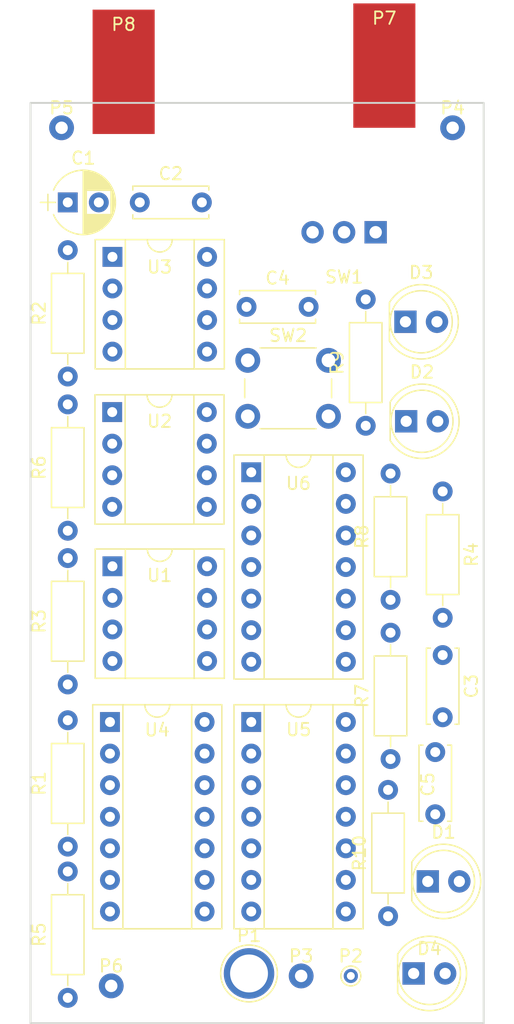
<source format=kicad_pcb>
(kicad_pcb (version 4) (host pcbnew 4.0.5-e0-6337~49~ubuntu16.04.1)

  (general
    (links 73)
    (no_connects 73)
    (area 0 0 0 0)
    (thickness 1.6)
    (drawings 4)
    (tracks 0)
    (zones 0)
    (modules 35)
    (nets 27)
  )

  (page A4)
  (layers
    (0 F.Cu signal)
    (31 B.Cu signal)
    (36 B.SilkS user)
    (37 F.SilkS user)
    (38 B.Mask user)
    (39 F.Mask user)
    (40 Dwgs.User user)
    (41 Cmts.User user)
    (42 Eco1.User user)
    (43 Eco2.User user)
    (44 Edge.Cuts user)
    (45 Margin user)
    (46 B.CrtYd user)
    (47 F.CrtYd user)
    (48 B.Fab user)
    (49 F.Fab user)
  )

  (setup
    (last_trace_width 0.1524)
    (trace_clearance 0.5)
    (zone_clearance 0.508)
    (zone_45_only no)
    (trace_min 0.1524)
    (segment_width 0.2)
    (edge_width 0.15)
    (via_size 0.6858)
    (via_drill 0.3302)
    (via_min_size 0.6858)
    (via_min_drill 0.3302)
    (uvia_size 0.762)
    (uvia_drill 0.508)
    (uvias_allowed no)
    (uvia_min_size 0)
    (uvia_min_drill 0)
    (pcb_text_width 0.3)
    (pcb_text_size 1.5 1.5)
    (mod_edge_width 0.15)
    (mod_text_size 1 1)
    (mod_text_width 0.15)
    (pad_size 1.524 1.524)
    (pad_drill 0.762)
    (pad_to_mask_clearance 0.5)
    (aux_axis_origin 0 0)
    (visible_elements FFFFFF7F)
    (pcbplotparams
      (layerselection 0x00030_80000001)
      (usegerberextensions false)
      (excludeedgelayer true)
      (linewidth 0.100000)
      (plotframeref false)
      (viasonmask false)
      (mode 1)
      (useauxorigin false)
      (hpglpennumber 1)
      (hpglpenspeed 20)
      (hpglpendiameter 15)
      (hpglpenoverlay 2)
      (psnegative false)
      (psa4output false)
      (plotreference true)
      (plotvalue true)
      (plotinvisibletext false)
      (padsonsilk false)
      (subtractmaskfromsilk false)
      (outputformat 1)
      (mirror false)
      (drillshape 1)
      (scaleselection 1)
      (outputdirectory ""))
  )

  (net 0 "")
  (net 1 "Net-(C1-Pad1)")
  (net 2 +5V)
  (net 3 "Net-(C2-Pad1)")
  (net 4 "Net-(C3-Pad1)")
  (net 5 "Net-(C4-Pad1)")
  (net 6 "Net-(C5-Pad2)")
  (net 7 "Net-(D1-Pad1)")
  (net 8 "Net-(D1-Pad2)")
  (net 9 "Net-(D2-Pad1)")
  (net 10 "Net-(D2-Pad2)")
  (net 11 "Net-(D3-Pad1)")
  (net 12 "Net-(D3-Pad2)")
  (net 13 "Net-(D4-Pad1)")
  (net 14 "Net-(D4-Pad2)")
  (net 15 "Net-(R1-Pad2)")
  (net 16 "Net-(R2-Pad1)")
  (net 17 "Net-(R3-Pad2)")
  (net 18 "Net-(R5-Pad1)")
  (net 19 "Net-(U3-Pad7)")
  (net 20 "Net-(U4-Pad4)")
  (net 21 "Net-(U5-Pad3)")
  (net 22 GND)
  (net 23 "Net-(P6-Pad1)")
  (net 24 "Net-(U4-Pad2)")
  (net 25 "Net-(U5-Pad9)")
  (net 26 "Net-(U5-Pad6)")

  (net_class Default "This is the default net class."
    (clearance 0.5)
    (trace_width 0.1524)
    (via_dia 0.6858)
    (via_drill 0.3302)
    (uvia_dia 0.762)
    (uvia_drill 0.508)
    (add_net +5V)
    (add_net GND)
    (add_net "Net-(C1-Pad1)")
    (add_net "Net-(C2-Pad1)")
    (add_net "Net-(C3-Pad1)")
    (add_net "Net-(C4-Pad1)")
    (add_net "Net-(C5-Pad2)")
    (add_net "Net-(D1-Pad1)")
    (add_net "Net-(D1-Pad2)")
    (add_net "Net-(D2-Pad1)")
    (add_net "Net-(D2-Pad2)")
    (add_net "Net-(D3-Pad1)")
    (add_net "Net-(D3-Pad2)")
    (add_net "Net-(D4-Pad1)")
    (add_net "Net-(D4-Pad2)")
    (add_net "Net-(P6-Pad1)")
    (add_net "Net-(R1-Pad2)")
    (add_net "Net-(R2-Pad1)")
    (add_net "Net-(R3-Pad2)")
    (add_net "Net-(R5-Pad1)")
    (add_net "Net-(U3-Pad7)")
    (add_net "Net-(U4-Pad2)")
    (add_net "Net-(U4-Pad4)")
    (add_net "Net-(U5-Pad3)")
    (add_net "Net-(U5-Pad6)")
    (add_net "Net-(U5-Pad9)")
  )

  (net_class Oshpark_rules ""
    (clearance 0.5)
    (trace_width 0.1524)
    (via_dia 0.6858)
    (via_drill 0.3302)
    (uvia_dia 0.762)
    (uvia_drill 0.508)
  )

  (module Capacitors_THT:CP_Radial_D5.0mm_P2.50mm (layer F.Cu) (tedit 58765D06) (tstamp 58B4D688)
    (at 88 83)
    (descr "CP, Radial series, Radial, pin pitch=2.50mm, , diameter=5mm, Electrolytic Capacitor")
    (tags "CP Radial series Radial pin pitch 2.50mm  diameter 5mm Electrolytic Capacitor")
    (path /588E7031)
    (fp_text reference C1 (at 1.25 -3.56) (layer F.SilkS)
      (effects (font (size 1 1) (thickness 0.15)))
    )
    (fp_text value 1uf (at 1.25 3.56) (layer F.Fab)
      (effects (font (size 1 1) (thickness 0.15)))
    )
    (fp_arc (start 1.25 0) (end -1.147436 -0.98) (angle 135.5) (layer F.SilkS) (width 0.12))
    (fp_arc (start 1.25 0) (end -1.147436 0.98) (angle -135.5) (layer F.SilkS) (width 0.12))
    (fp_arc (start 1.25 0) (end 3.647436 -0.98) (angle 44.5) (layer F.SilkS) (width 0.12))
    (fp_circle (center 1.25 0) (end 3.75 0) (layer F.Fab) (width 0.1))
    (fp_line (start -2.2 0) (end -1 0) (layer F.Fab) (width 0.1))
    (fp_line (start -1.6 -0.65) (end -1.6 0.65) (layer F.Fab) (width 0.1))
    (fp_line (start 1.25 -2.55) (end 1.25 2.55) (layer F.SilkS) (width 0.12))
    (fp_line (start 1.29 -2.55) (end 1.29 2.55) (layer F.SilkS) (width 0.12))
    (fp_line (start 1.33 -2.549) (end 1.33 2.549) (layer F.SilkS) (width 0.12))
    (fp_line (start 1.37 -2.548) (end 1.37 2.548) (layer F.SilkS) (width 0.12))
    (fp_line (start 1.41 -2.546) (end 1.41 2.546) (layer F.SilkS) (width 0.12))
    (fp_line (start 1.45 -2.543) (end 1.45 2.543) (layer F.SilkS) (width 0.12))
    (fp_line (start 1.49 -2.539) (end 1.49 2.539) (layer F.SilkS) (width 0.12))
    (fp_line (start 1.53 -2.535) (end 1.53 -0.98) (layer F.SilkS) (width 0.12))
    (fp_line (start 1.53 0.98) (end 1.53 2.535) (layer F.SilkS) (width 0.12))
    (fp_line (start 1.57 -2.531) (end 1.57 -0.98) (layer F.SilkS) (width 0.12))
    (fp_line (start 1.57 0.98) (end 1.57 2.531) (layer F.SilkS) (width 0.12))
    (fp_line (start 1.61 -2.525) (end 1.61 -0.98) (layer F.SilkS) (width 0.12))
    (fp_line (start 1.61 0.98) (end 1.61 2.525) (layer F.SilkS) (width 0.12))
    (fp_line (start 1.65 -2.519) (end 1.65 -0.98) (layer F.SilkS) (width 0.12))
    (fp_line (start 1.65 0.98) (end 1.65 2.519) (layer F.SilkS) (width 0.12))
    (fp_line (start 1.69 -2.513) (end 1.69 -0.98) (layer F.SilkS) (width 0.12))
    (fp_line (start 1.69 0.98) (end 1.69 2.513) (layer F.SilkS) (width 0.12))
    (fp_line (start 1.73 -2.506) (end 1.73 -0.98) (layer F.SilkS) (width 0.12))
    (fp_line (start 1.73 0.98) (end 1.73 2.506) (layer F.SilkS) (width 0.12))
    (fp_line (start 1.77 -2.498) (end 1.77 -0.98) (layer F.SilkS) (width 0.12))
    (fp_line (start 1.77 0.98) (end 1.77 2.498) (layer F.SilkS) (width 0.12))
    (fp_line (start 1.81 -2.489) (end 1.81 -0.98) (layer F.SilkS) (width 0.12))
    (fp_line (start 1.81 0.98) (end 1.81 2.489) (layer F.SilkS) (width 0.12))
    (fp_line (start 1.85 -2.48) (end 1.85 -0.98) (layer F.SilkS) (width 0.12))
    (fp_line (start 1.85 0.98) (end 1.85 2.48) (layer F.SilkS) (width 0.12))
    (fp_line (start 1.89 -2.47) (end 1.89 -0.98) (layer F.SilkS) (width 0.12))
    (fp_line (start 1.89 0.98) (end 1.89 2.47) (layer F.SilkS) (width 0.12))
    (fp_line (start 1.93 -2.46) (end 1.93 -0.98) (layer F.SilkS) (width 0.12))
    (fp_line (start 1.93 0.98) (end 1.93 2.46) (layer F.SilkS) (width 0.12))
    (fp_line (start 1.971 -2.448) (end 1.971 -0.98) (layer F.SilkS) (width 0.12))
    (fp_line (start 1.971 0.98) (end 1.971 2.448) (layer F.SilkS) (width 0.12))
    (fp_line (start 2.011 -2.436) (end 2.011 -0.98) (layer F.SilkS) (width 0.12))
    (fp_line (start 2.011 0.98) (end 2.011 2.436) (layer F.SilkS) (width 0.12))
    (fp_line (start 2.051 -2.424) (end 2.051 -0.98) (layer F.SilkS) (width 0.12))
    (fp_line (start 2.051 0.98) (end 2.051 2.424) (layer F.SilkS) (width 0.12))
    (fp_line (start 2.091 -2.41) (end 2.091 -0.98) (layer F.SilkS) (width 0.12))
    (fp_line (start 2.091 0.98) (end 2.091 2.41) (layer F.SilkS) (width 0.12))
    (fp_line (start 2.131 -2.396) (end 2.131 -0.98) (layer F.SilkS) (width 0.12))
    (fp_line (start 2.131 0.98) (end 2.131 2.396) (layer F.SilkS) (width 0.12))
    (fp_line (start 2.171 -2.382) (end 2.171 -0.98) (layer F.SilkS) (width 0.12))
    (fp_line (start 2.171 0.98) (end 2.171 2.382) (layer F.SilkS) (width 0.12))
    (fp_line (start 2.211 -2.366) (end 2.211 -0.98) (layer F.SilkS) (width 0.12))
    (fp_line (start 2.211 0.98) (end 2.211 2.366) (layer F.SilkS) (width 0.12))
    (fp_line (start 2.251 -2.35) (end 2.251 -0.98) (layer F.SilkS) (width 0.12))
    (fp_line (start 2.251 0.98) (end 2.251 2.35) (layer F.SilkS) (width 0.12))
    (fp_line (start 2.291 -2.333) (end 2.291 -0.98) (layer F.SilkS) (width 0.12))
    (fp_line (start 2.291 0.98) (end 2.291 2.333) (layer F.SilkS) (width 0.12))
    (fp_line (start 2.331 -2.315) (end 2.331 -0.98) (layer F.SilkS) (width 0.12))
    (fp_line (start 2.331 0.98) (end 2.331 2.315) (layer F.SilkS) (width 0.12))
    (fp_line (start 2.371 -2.296) (end 2.371 -0.98) (layer F.SilkS) (width 0.12))
    (fp_line (start 2.371 0.98) (end 2.371 2.296) (layer F.SilkS) (width 0.12))
    (fp_line (start 2.411 -2.276) (end 2.411 -0.98) (layer F.SilkS) (width 0.12))
    (fp_line (start 2.411 0.98) (end 2.411 2.276) (layer F.SilkS) (width 0.12))
    (fp_line (start 2.451 -2.256) (end 2.451 -0.98) (layer F.SilkS) (width 0.12))
    (fp_line (start 2.451 0.98) (end 2.451 2.256) (layer F.SilkS) (width 0.12))
    (fp_line (start 2.491 -2.234) (end 2.491 -0.98) (layer F.SilkS) (width 0.12))
    (fp_line (start 2.491 0.98) (end 2.491 2.234) (layer F.SilkS) (width 0.12))
    (fp_line (start 2.531 -2.212) (end 2.531 -0.98) (layer F.SilkS) (width 0.12))
    (fp_line (start 2.531 0.98) (end 2.531 2.212) (layer F.SilkS) (width 0.12))
    (fp_line (start 2.571 -2.189) (end 2.571 -0.98) (layer F.SilkS) (width 0.12))
    (fp_line (start 2.571 0.98) (end 2.571 2.189) (layer F.SilkS) (width 0.12))
    (fp_line (start 2.611 -2.165) (end 2.611 -0.98) (layer F.SilkS) (width 0.12))
    (fp_line (start 2.611 0.98) (end 2.611 2.165) (layer F.SilkS) (width 0.12))
    (fp_line (start 2.651 -2.14) (end 2.651 -0.98) (layer F.SilkS) (width 0.12))
    (fp_line (start 2.651 0.98) (end 2.651 2.14) (layer F.SilkS) (width 0.12))
    (fp_line (start 2.691 -2.113) (end 2.691 -0.98) (layer F.SilkS) (width 0.12))
    (fp_line (start 2.691 0.98) (end 2.691 2.113) (layer F.SilkS) (width 0.12))
    (fp_line (start 2.731 -2.086) (end 2.731 -0.98) (layer F.SilkS) (width 0.12))
    (fp_line (start 2.731 0.98) (end 2.731 2.086) (layer F.SilkS) (width 0.12))
    (fp_line (start 2.771 -2.058) (end 2.771 -0.98) (layer F.SilkS) (width 0.12))
    (fp_line (start 2.771 0.98) (end 2.771 2.058) (layer F.SilkS) (width 0.12))
    (fp_line (start 2.811 -2.028) (end 2.811 -0.98) (layer F.SilkS) (width 0.12))
    (fp_line (start 2.811 0.98) (end 2.811 2.028) (layer F.SilkS) (width 0.12))
    (fp_line (start 2.851 -1.997) (end 2.851 -0.98) (layer F.SilkS) (width 0.12))
    (fp_line (start 2.851 0.98) (end 2.851 1.997) (layer F.SilkS) (width 0.12))
    (fp_line (start 2.891 -1.965) (end 2.891 -0.98) (layer F.SilkS) (width 0.12))
    (fp_line (start 2.891 0.98) (end 2.891 1.965) (layer F.SilkS) (width 0.12))
    (fp_line (start 2.931 -1.932) (end 2.931 -0.98) (layer F.SilkS) (width 0.12))
    (fp_line (start 2.931 0.98) (end 2.931 1.932) (layer F.SilkS) (width 0.12))
    (fp_line (start 2.971 -1.897) (end 2.971 -0.98) (layer F.SilkS) (width 0.12))
    (fp_line (start 2.971 0.98) (end 2.971 1.897) (layer F.SilkS) (width 0.12))
    (fp_line (start 3.011 -1.861) (end 3.011 -0.98) (layer F.SilkS) (width 0.12))
    (fp_line (start 3.011 0.98) (end 3.011 1.861) (layer F.SilkS) (width 0.12))
    (fp_line (start 3.051 -1.823) (end 3.051 -0.98) (layer F.SilkS) (width 0.12))
    (fp_line (start 3.051 0.98) (end 3.051 1.823) (layer F.SilkS) (width 0.12))
    (fp_line (start 3.091 -1.783) (end 3.091 -0.98) (layer F.SilkS) (width 0.12))
    (fp_line (start 3.091 0.98) (end 3.091 1.783) (layer F.SilkS) (width 0.12))
    (fp_line (start 3.131 -1.742) (end 3.131 -0.98) (layer F.SilkS) (width 0.12))
    (fp_line (start 3.131 0.98) (end 3.131 1.742) (layer F.SilkS) (width 0.12))
    (fp_line (start 3.171 -1.699) (end 3.171 -0.98) (layer F.SilkS) (width 0.12))
    (fp_line (start 3.171 0.98) (end 3.171 1.699) (layer F.SilkS) (width 0.12))
    (fp_line (start 3.211 -1.654) (end 3.211 -0.98) (layer F.SilkS) (width 0.12))
    (fp_line (start 3.211 0.98) (end 3.211 1.654) (layer F.SilkS) (width 0.12))
    (fp_line (start 3.251 -1.606) (end 3.251 -0.98) (layer F.SilkS) (width 0.12))
    (fp_line (start 3.251 0.98) (end 3.251 1.606) (layer F.SilkS) (width 0.12))
    (fp_line (start 3.291 -1.556) (end 3.291 -0.98) (layer F.SilkS) (width 0.12))
    (fp_line (start 3.291 0.98) (end 3.291 1.556) (layer F.SilkS) (width 0.12))
    (fp_line (start 3.331 -1.504) (end 3.331 -0.98) (layer F.SilkS) (width 0.12))
    (fp_line (start 3.331 0.98) (end 3.331 1.504) (layer F.SilkS) (width 0.12))
    (fp_line (start 3.371 -1.448) (end 3.371 -0.98) (layer F.SilkS) (width 0.12))
    (fp_line (start 3.371 0.98) (end 3.371 1.448) (layer F.SilkS) (width 0.12))
    (fp_line (start 3.411 -1.39) (end 3.411 -0.98) (layer F.SilkS) (width 0.12))
    (fp_line (start 3.411 0.98) (end 3.411 1.39) (layer F.SilkS) (width 0.12))
    (fp_line (start 3.451 -1.327) (end 3.451 -0.98) (layer F.SilkS) (width 0.12))
    (fp_line (start 3.451 0.98) (end 3.451 1.327) (layer F.SilkS) (width 0.12))
    (fp_line (start 3.491 -1.261) (end 3.491 1.261) (layer F.SilkS) (width 0.12))
    (fp_line (start 3.531 -1.189) (end 3.531 1.189) (layer F.SilkS) (width 0.12))
    (fp_line (start 3.571 -1.112) (end 3.571 1.112) (layer F.SilkS) (width 0.12))
    (fp_line (start 3.611 -1.028) (end 3.611 1.028) (layer F.SilkS) (width 0.12))
    (fp_line (start 3.651 -0.934) (end 3.651 0.934) (layer F.SilkS) (width 0.12))
    (fp_line (start 3.691 -0.829) (end 3.691 0.829) (layer F.SilkS) (width 0.12))
    (fp_line (start 3.731 -0.707) (end 3.731 0.707) (layer F.SilkS) (width 0.12))
    (fp_line (start 3.771 -0.559) (end 3.771 0.559) (layer F.SilkS) (width 0.12))
    (fp_line (start 3.811 -0.354) (end 3.811 0.354) (layer F.SilkS) (width 0.12))
    (fp_line (start -2.2 0) (end -1 0) (layer F.SilkS) (width 0.12))
    (fp_line (start -1.6 -0.65) (end -1.6 0.65) (layer F.SilkS) (width 0.12))
    (fp_line (start -1.6 -2.85) (end -1.6 2.85) (layer F.CrtYd) (width 0.05))
    (fp_line (start -1.6 2.85) (end 4.1 2.85) (layer F.CrtYd) (width 0.05))
    (fp_line (start 4.1 2.85) (end 4.1 -2.85) (layer F.CrtYd) (width 0.05))
    (fp_line (start 4.1 -2.85) (end -1.6 -2.85) (layer F.CrtYd) (width 0.05))
    (pad 1 thru_hole rect (at 0 0) (size 1.6 1.6) (drill 0.8) (layers *.Cu *.Mask)
      (net 1 "Net-(C1-Pad1)"))
    (pad 2 thru_hole circle (at 2.5 0) (size 1.6 1.6) (drill 0.8) (layers *.Cu *.Mask)
      (net 22 GND))
    (model Capacitors_THT.3dshapes/CP_Radial_D5.0mm_P2.50mm.wrl
      (at (xyz 0 0 0))
      (scale (xyz 0.393701 0.393701 0.393701))
      (rotate (xyz 0 0 0))
    )
  )

  (module Capacitors_THT:C_Disc_D6.0mm_W2.5mm_P5.00mm (layer F.Cu) (tedit 58765D06) (tstamp 58B4D68E)
    (at 93.8 83)
    (descr "C, Disc series, Radial, pin pitch=5.00mm, , diameter*width=6*2.5mm^2, Capacitor, http://cdn-reichelt.de/documents/datenblatt/B300/DS_KERKO_TC.pdf")
    (tags "C Disc series Radial pin pitch 5.00mm  diameter 6mm width 2.5mm Capacitor")
    (path /589CF890)
    (fp_text reference C2 (at 2.5 -2.31) (layer F.SilkS)
      (effects (font (size 1 1) (thickness 0.15)))
    )
    (fp_text value 0.01uf (at 2.5 2.31) (layer F.Fab)
      (effects (font (size 1 1) (thickness 0.15)))
    )
    (fp_line (start -0.5 -1.25) (end -0.5 1.25) (layer F.Fab) (width 0.1))
    (fp_line (start -0.5 1.25) (end 5.5 1.25) (layer F.Fab) (width 0.1))
    (fp_line (start 5.5 1.25) (end 5.5 -1.25) (layer F.Fab) (width 0.1))
    (fp_line (start 5.5 -1.25) (end -0.5 -1.25) (layer F.Fab) (width 0.1))
    (fp_line (start -0.56 -1.31) (end 5.56 -1.31) (layer F.SilkS) (width 0.12))
    (fp_line (start -0.56 1.31) (end 5.56 1.31) (layer F.SilkS) (width 0.12))
    (fp_line (start -0.56 -1.31) (end -0.56 -0.996) (layer F.SilkS) (width 0.12))
    (fp_line (start -0.56 0.996) (end -0.56 1.31) (layer F.SilkS) (width 0.12))
    (fp_line (start 5.56 -1.31) (end 5.56 -0.996) (layer F.SilkS) (width 0.12))
    (fp_line (start 5.56 0.996) (end 5.56 1.31) (layer F.SilkS) (width 0.12))
    (fp_line (start -1.05 -1.6) (end -1.05 1.6) (layer F.CrtYd) (width 0.05))
    (fp_line (start -1.05 1.6) (end 6.05 1.6) (layer F.CrtYd) (width 0.05))
    (fp_line (start 6.05 1.6) (end 6.05 -1.6) (layer F.CrtYd) (width 0.05))
    (fp_line (start 6.05 -1.6) (end -1.05 -1.6) (layer F.CrtYd) (width 0.05))
    (pad 1 thru_hole circle (at 0 0) (size 1.6 1.6) (drill 0.8) (layers *.Cu *.Mask)
      (net 3 "Net-(C2-Pad1)"))
    (pad 2 thru_hole circle (at 5 0) (size 1.6 1.6) (drill 0.8) (layers *.Cu *.Mask)
      (net 22 GND))
    (model Capacitors_THT.3dshapes/C_Disc_D6.0mm_W2.5mm_P5.00mm.wrl
      (at (xyz 0 0 0))
      (scale (xyz 0.393701 0.393701 0.393701))
      (rotate (xyz 0 0 0))
    )
  )

  (module Capacitors_THT:C_Disc_D6.0mm_W2.5mm_P5.00mm (layer F.Cu) (tedit 58765D06) (tstamp 58B4D694)
    (at 118.2 119.4 270)
    (descr "C, Disc series, Radial, pin pitch=5.00mm, , diameter*width=6*2.5mm^2, Capacitor, http://cdn-reichelt.de/documents/datenblatt/B300/DS_KERKO_TC.pdf")
    (tags "C Disc series Radial pin pitch 5.00mm  diameter 6mm width 2.5mm Capacitor")
    (path /589CECA6)
    (fp_text reference C3 (at 2.5 -2.31 270) (layer F.SilkS)
      (effects (font (size 1 1) (thickness 0.15)))
    )
    (fp_text value 0.01uf (at 2.6 1.2 270) (layer F.Fab)
      (effects (font (size 1 1) (thickness 0.15)))
    )
    (fp_line (start -0.5 -1.25) (end -0.5 1.25) (layer F.Fab) (width 0.1))
    (fp_line (start -0.5 1.25) (end 5.5 1.25) (layer F.Fab) (width 0.1))
    (fp_line (start 5.5 1.25) (end 5.5 -1.25) (layer F.Fab) (width 0.1))
    (fp_line (start 5.5 -1.25) (end -0.5 -1.25) (layer F.Fab) (width 0.1))
    (fp_line (start -0.56 -1.31) (end 5.56 -1.31) (layer F.SilkS) (width 0.12))
    (fp_line (start -0.56 1.31) (end 5.56 1.31) (layer F.SilkS) (width 0.12))
    (fp_line (start -0.56 -1.31) (end -0.56 -0.996) (layer F.SilkS) (width 0.12))
    (fp_line (start -0.56 0.996) (end -0.56 1.31) (layer F.SilkS) (width 0.12))
    (fp_line (start 5.56 -1.31) (end 5.56 -0.996) (layer F.SilkS) (width 0.12))
    (fp_line (start 5.56 0.996) (end 5.56 1.31) (layer F.SilkS) (width 0.12))
    (fp_line (start -1.05 -1.6) (end -1.05 1.6) (layer F.CrtYd) (width 0.05))
    (fp_line (start -1.05 1.6) (end 6.05 1.6) (layer F.CrtYd) (width 0.05))
    (fp_line (start 6.05 1.6) (end 6.05 -1.6) (layer F.CrtYd) (width 0.05))
    (fp_line (start 6.05 -1.6) (end -1.05 -1.6) (layer F.CrtYd) (width 0.05))
    (pad 1 thru_hole circle (at 0 0 270) (size 1.6 1.6) (drill 0.8) (layers *.Cu *.Mask)
      (net 4 "Net-(C3-Pad1)"))
    (pad 2 thru_hole circle (at 5 0 270) (size 1.6 1.6) (drill 0.8) (layers *.Cu *.Mask)
      (net 22 GND))
    (model Capacitors_THT.3dshapes/C_Disc_D6.0mm_W2.5mm_P5.00mm.wrl
      (at (xyz 0 0 0))
      (scale (xyz 0.393701 0.393701 0.393701))
      (rotate (xyz 0 0 0))
    )
  )

  (module Capacitors_THT:C_Disc_D6.0mm_W2.5mm_P5.00mm (layer F.Cu) (tedit 58765D06) (tstamp 58B4D69A)
    (at 102.4 91.4)
    (descr "C, Disc series, Radial, pin pitch=5.00mm, , diameter*width=6*2.5mm^2, Capacitor, http://cdn-reichelt.de/documents/datenblatt/B300/DS_KERKO_TC.pdf")
    (tags "C Disc series Radial pin pitch 5.00mm  diameter 6mm width 2.5mm Capacitor")
    (path /589CF3E5)
    (fp_text reference C4 (at 2.5 -2.31) (layer F.SilkS)
      (effects (font (size 1 1) (thickness 0.15)))
    )
    (fp_text value 0.01uf (at 2.5 2.31) (layer F.Fab)
      (effects (font (size 1 1) (thickness 0.15)))
    )
    (fp_line (start -0.5 -1.25) (end -0.5 1.25) (layer F.Fab) (width 0.1))
    (fp_line (start -0.5 1.25) (end 5.5 1.25) (layer F.Fab) (width 0.1))
    (fp_line (start 5.5 1.25) (end 5.5 -1.25) (layer F.Fab) (width 0.1))
    (fp_line (start 5.5 -1.25) (end -0.5 -1.25) (layer F.Fab) (width 0.1))
    (fp_line (start -0.56 -1.31) (end 5.56 -1.31) (layer F.SilkS) (width 0.12))
    (fp_line (start -0.56 1.31) (end 5.56 1.31) (layer F.SilkS) (width 0.12))
    (fp_line (start -0.56 -1.31) (end -0.56 -0.996) (layer F.SilkS) (width 0.12))
    (fp_line (start -0.56 0.996) (end -0.56 1.31) (layer F.SilkS) (width 0.12))
    (fp_line (start 5.56 -1.31) (end 5.56 -0.996) (layer F.SilkS) (width 0.12))
    (fp_line (start 5.56 0.996) (end 5.56 1.31) (layer F.SilkS) (width 0.12))
    (fp_line (start -1.05 -1.6) (end -1.05 1.6) (layer F.CrtYd) (width 0.05))
    (fp_line (start -1.05 1.6) (end 6.05 1.6) (layer F.CrtYd) (width 0.05))
    (fp_line (start 6.05 1.6) (end 6.05 -1.6) (layer F.CrtYd) (width 0.05))
    (fp_line (start 6.05 -1.6) (end -1.05 -1.6) (layer F.CrtYd) (width 0.05))
    (pad 1 thru_hole circle (at 0 0) (size 1.6 1.6) (drill 0.8) (layers *.Cu *.Mask)
      (net 5 "Net-(C4-Pad1)"))
    (pad 2 thru_hole circle (at 5 0) (size 1.6 1.6) (drill 0.8) (layers *.Cu *.Mask)
      (net 22 GND))
    (model Capacitors_THT.3dshapes/C_Disc_D6.0mm_W2.5mm_P5.00mm.wrl
      (at (xyz 0 0 0))
      (scale (xyz 0.393701 0.393701 0.393701))
      (rotate (xyz 0 0 0))
    )
  )

  (module LEDs:LED_D5.0mm (layer F.Cu) (tedit 587A3A7B) (tstamp 58B4D6A6)
    (at 117 137.6)
    (descr "LED, diameter 5.0mm, 2 pins, http://cdn-reichelt.de/documents/datenblatt/A500/LL-504BC2E-009.pdf")
    (tags "LED diameter 5.0mm 2 pins")
    (path /58A1034D)
    (fp_text reference D1 (at 1.27 -3.96) (layer F.SilkS)
      (effects (font (size 1 1) (thickness 0.15)))
    )
    (fp_text value LED (at 1.27 1.4) (layer F.Fab)
      (effects (font (size 1 1) (thickness 0.15)))
    )
    (fp_arc (start 1.27 0) (end -1.23 -1.469694) (angle 299.1) (layer F.Fab) (width 0.1))
    (fp_arc (start 1.27 0) (end -1.29 -1.54483) (angle 148.9) (layer F.SilkS) (width 0.12))
    (fp_arc (start 1.27 0) (end -1.29 1.54483) (angle -148.9) (layer F.SilkS) (width 0.12))
    (fp_circle (center 1.27 0) (end 3.77 0) (layer F.Fab) (width 0.1))
    (fp_circle (center 1.27 0) (end 3.77 0) (layer F.SilkS) (width 0.12))
    (fp_line (start -1.23 -1.469694) (end -1.23 1.469694) (layer F.Fab) (width 0.1))
    (fp_line (start -1.29 -1.545) (end -1.29 1.545) (layer F.SilkS) (width 0.12))
    (fp_line (start -1.95 -3.25) (end -1.95 3.25) (layer F.CrtYd) (width 0.05))
    (fp_line (start -1.95 3.25) (end 4.5 3.25) (layer F.CrtYd) (width 0.05))
    (fp_line (start 4.5 3.25) (end 4.5 -3.25) (layer F.CrtYd) (width 0.05))
    (fp_line (start 4.5 -3.25) (end -1.95 -3.25) (layer F.CrtYd) (width 0.05))
    (pad 1 thru_hole rect (at 0 0) (size 1.8 1.8) (drill 0.9) (layers *.Cu *.Mask)
      (net 7 "Net-(D1-Pad1)"))
    (pad 2 thru_hole circle (at 2.54 0) (size 1.8 1.8) (drill 0.9) (layers *.Cu *.Mask)
      (net 8 "Net-(D1-Pad2)"))
    (model LEDs.3dshapes/LED_D5.0mm.wrl
      (at (xyz 0 0 0))
      (scale (xyz 0.393701 0.393701 0.393701))
      (rotate (xyz 0 0 0))
    )
  )

  (module LEDs:LED_D5.0mm (layer F.Cu) (tedit 587A3A7B) (tstamp 58B4D6AC)
    (at 115.26 100.6)
    (descr "LED, diameter 5.0mm, 2 pins, http://cdn-reichelt.de/documents/datenblatt/A500/LL-504BC2E-009.pdf")
    (tags "LED diameter 5.0mm 2 pins")
    (path /58A0FDDF)
    (fp_text reference D2 (at 1.27 -3.96) (layer F.SilkS)
      (effects (font (size 1 1) (thickness 0.15)))
    )
    (fp_text value LED (at 1.27 3.96) (layer F.Fab)
      (effects (font (size 1 1) (thickness 0.15)))
    )
    (fp_arc (start 1.27 0) (end -1.23 -1.469694) (angle 299.1) (layer F.Fab) (width 0.1))
    (fp_arc (start 1.27 0) (end -1.29 -1.54483) (angle 148.9) (layer F.SilkS) (width 0.12))
    (fp_arc (start 1.27 0) (end -1.29 1.54483) (angle -148.9) (layer F.SilkS) (width 0.12))
    (fp_circle (center 1.27 0) (end 3.77 0) (layer F.Fab) (width 0.1))
    (fp_circle (center 1.27 0) (end 3.77 0) (layer F.SilkS) (width 0.12))
    (fp_line (start -1.23 -1.469694) (end -1.23 1.469694) (layer F.Fab) (width 0.1))
    (fp_line (start -1.29 -1.545) (end -1.29 1.545) (layer F.SilkS) (width 0.12))
    (fp_line (start -1.95 -3.25) (end -1.95 3.25) (layer F.CrtYd) (width 0.05))
    (fp_line (start -1.95 3.25) (end 4.5 3.25) (layer F.CrtYd) (width 0.05))
    (fp_line (start 4.5 3.25) (end 4.5 -3.25) (layer F.CrtYd) (width 0.05))
    (fp_line (start 4.5 -3.25) (end -1.95 -3.25) (layer F.CrtYd) (width 0.05))
    (pad 1 thru_hole rect (at 0 0) (size 1.8 1.8) (drill 0.9) (layers *.Cu *.Mask)
      (net 9 "Net-(D2-Pad1)"))
    (pad 2 thru_hole circle (at 2.54 0) (size 1.8 1.8) (drill 0.9) (layers *.Cu *.Mask)
      (net 10 "Net-(D2-Pad2)"))
    (model LEDs.3dshapes/LED_D5.0mm.wrl
      (at (xyz 0 0 0))
      (scale (xyz 0.393701 0.393701 0.393701))
      (rotate (xyz 0 0 0))
    )
  )

  (module LEDs:LED_D5.0mm (layer F.Cu) (tedit 587A3A7B) (tstamp 58B4D6B2)
    (at 115.2 92.6)
    (descr "LED, diameter 5.0mm, 2 pins, http://cdn-reichelt.de/documents/datenblatt/A500/LL-504BC2E-009.pdf")
    (tags "LED diameter 5.0mm 2 pins")
    (path /58A1112E)
    (fp_text reference D3 (at 1.27 -3.96) (layer F.SilkS)
      (effects (font (size 1 1) (thickness 0.15)))
    )
    (fp_text value LED (at 1.27 3.96) (layer F.Fab)
      (effects (font (size 1 1) (thickness 0.15)))
    )
    (fp_arc (start 1.27 0) (end -1.23 -1.469694) (angle 299.1) (layer F.Fab) (width 0.1))
    (fp_arc (start 1.27 0) (end -1.29 -1.54483) (angle 148.9) (layer F.SilkS) (width 0.12))
    (fp_arc (start 1.27 0) (end -1.29 1.54483) (angle -148.9) (layer F.SilkS) (width 0.12))
    (fp_circle (center 1.27 0) (end 3.77 0) (layer F.Fab) (width 0.1))
    (fp_circle (center 1.27 0) (end 3.77 0) (layer F.SilkS) (width 0.12))
    (fp_line (start -1.23 -1.469694) (end -1.23 1.469694) (layer F.Fab) (width 0.1))
    (fp_line (start -1.29 -1.545) (end -1.29 1.545) (layer F.SilkS) (width 0.12))
    (fp_line (start -1.95 -3.25) (end -1.95 3.25) (layer F.CrtYd) (width 0.05))
    (fp_line (start -1.95 3.25) (end 4.5 3.25) (layer F.CrtYd) (width 0.05))
    (fp_line (start 4.5 3.25) (end 4.5 -3.25) (layer F.CrtYd) (width 0.05))
    (fp_line (start 4.5 -3.25) (end -1.95 -3.25) (layer F.CrtYd) (width 0.05))
    (pad 1 thru_hole rect (at 0 0) (size 1.8 1.8) (drill 0.9) (layers *.Cu *.Mask)
      (net 11 "Net-(D3-Pad1)"))
    (pad 2 thru_hole circle (at 2.54 0) (size 1.8 1.8) (drill 0.9) (layers *.Cu *.Mask)
      (net 12 "Net-(D3-Pad2)"))
    (model LEDs.3dshapes/LED_D5.0mm.wrl
      (at (xyz 0 0 0))
      (scale (xyz 0.393701 0.393701 0.393701))
      (rotate (xyz 0 0 0))
    )
  )

  (module LEDs:LED_D5.0mm (layer F.Cu) (tedit 587A3A7B) (tstamp 58B4D6B8)
    (at 115.86 145)
    (descr "LED, diameter 5.0mm, 2 pins, http://cdn-reichelt.de/documents/datenblatt/A500/LL-504BC2E-009.pdf")
    (tags "LED diameter 5.0mm 2 pins")
    (path /58A14919)
    (fp_text reference D4 (at 1.27 -2) (layer F.SilkS)
      (effects (font (size 1 1) (thickness 0.15)))
    )
    (fp_text value LED (at 1.27 1.5) (layer F.Fab)
      (effects (font (size 1 1) (thickness 0.15)))
    )
    (fp_arc (start 1.27 0) (end -1.23 -1.469694) (angle 299.1) (layer F.Fab) (width 0.1))
    (fp_arc (start 1.27 0) (end -1.29 -1.54483) (angle 148.9) (layer F.SilkS) (width 0.12))
    (fp_arc (start 1.27 0) (end -1.29 1.54483) (angle -148.9) (layer F.SilkS) (width 0.12))
    (fp_circle (center 1.27 0) (end 3.77 0) (layer F.Fab) (width 0.1))
    (fp_circle (center 1.27 0) (end 3.77 0) (layer F.SilkS) (width 0.12))
    (fp_line (start -1.23 -1.469694) (end -1.23 1.469694) (layer F.Fab) (width 0.1))
    (fp_line (start -1.29 -1.545) (end -1.29 1.545) (layer F.SilkS) (width 0.12))
    (fp_line (start -1.95 -3.25) (end -1.95 3.25) (layer F.CrtYd) (width 0.05))
    (fp_line (start -1.95 3.25) (end 4.5 3.25) (layer F.CrtYd) (width 0.05))
    (fp_line (start 4.5 3.25) (end 4.5 -3.25) (layer F.CrtYd) (width 0.05))
    (fp_line (start 4.5 -3.25) (end -1.95 -3.25) (layer F.CrtYd) (width 0.05))
    (pad 1 thru_hole rect (at 0 0) (size 1.8 1.8) (drill 0.9) (layers *.Cu *.Mask)
      (net 13 "Net-(D4-Pad1)"))
    (pad 2 thru_hole circle (at 2.54 0) (size 1.8 1.8) (drill 0.9) (layers *.Cu *.Mask)
      (net 14 "Net-(D4-Pad2)"))
    (model LEDs.3dshapes/LED_D5.0mm.wrl
      (at (xyz 0 0 0))
      (scale (xyz 0.393701 0.393701 0.393701))
      (rotate (xyz 0 0 0))
    )
  )

  (module Connectors:1pin (layer F.Cu) (tedit 5861332C) (tstamp 58B4D6BD)
    (at 102.6 145)
    (descr "module 1 pin (ou trou mecanique de percage)")
    (tags DEV)
    (path /589D2A81)
    (fp_text reference P1 (at 0 -3.048) (layer F.SilkS)
      (effects (font (size 1 1) (thickness 0.15)))
    )
    (fp_text value CONN_01X01 (at 0 3) (layer F.Fab)
      (effects (font (size 1 1) (thickness 0.15)))
    )
    (fp_circle (center 0 0) (end 2 0.8) (layer F.Fab) (width 0.1))
    (fp_circle (center 0 0) (end 2.6 0) (layer F.CrtYd) (width 0.05))
    (fp_circle (center 0 0) (end 0 -2.286) (layer F.SilkS) (width 0.12))
    (pad 1 thru_hole circle (at 0 0) (size 4.064 4.064) (drill 3.048) (layers *.Cu *.Mask)
      (net 14 "Net-(D4-Pad2)"))
  )

  (module Connectors:PINTST (layer F.Cu) (tedit 58613369) (tstamp 58B4D6C2)
    (at 110.8 145.2)
    (descr "module 1 pin (ou trou mecanique de percage)")
    (tags DEV)
    (path /58A19F6E)
    (fp_text reference P2 (at 0 -1.6) (layer F.SilkS)
      (effects (font (size 1 1) (thickness 0.15)))
    )
    (fp_text value CONN_01X01 (at 0 1.6) (layer F.Fab)
      (effects (font (size 1 1) (thickness 0.15)))
    )
    (fp_circle (center 0 0) (end 1.1 0) (layer F.CrtYd) (width 0.05))
    (fp_circle (center 0 0) (end 0.4 0.6) (layer F.Fab) (width 0.1))
    (fp_circle (center 0 0) (end -0.254 -0.762) (layer F.SilkS) (width 0.12))
    (pad 1 thru_hole circle (at 0 0) (size 1.143 1.143) (drill 0.635) (layers *.Cu *.Mask)
      (net 14 "Net-(D4-Pad2)"))
    (model Connectors.3dshapes/PINTST.wrl
      (at (xyz 0 0 0))
      (scale (xyz 1 1 1))
      (rotate (xyz 0 0 0))
    )
  )

  (module tiny_comp_footprints:test_pin_single_hole (layer F.Cu) (tedit 58A114F5) (tstamp 58B4D6C7)
    (at 106.8 145.2)
    (descr "module 1 pin (ou trou mecanique de percage)")
    (tags DEV)
    (path /58A19EC8)
    (fp_text reference P3 (at 0 -1.6) (layer F.SilkS)
      (effects (font (size 1 1) (thickness 0.15)))
    )
    (fp_text value CONN_01X01 (at 0 1.6) (layer F.Fab)
      (effects (font (size 1 1) (thickness 0.15)))
    )
    (fp_circle (center 0 0) (end 1.1 0) (layer F.CrtYd) (width 0.05))
    (pad 1 thru_hole circle (at 0 0) (size 2 2) (drill 1) (layers *.Cu *.Mask)
      (net 14 "Net-(D4-Pad2)") (solder_mask_margin 0.2) (clearance 0.5))
    (model Connectors.3dshapes/PINTST.wrl
      (at (xyz 0 0 0))
      (scale (xyz 1 1 1))
      (rotate (xyz 0 0 0))
    )
  )

  (module tiny_comp_footprints:test_pin_single_hole (layer F.Cu) (tedit 58A114F5) (tstamp 58B4D6CC)
    (at 119 77)
    (descr "module 1 pin (ou trou mecanique de percage)")
    (tags DEV)
    (path /58A1C894)
    (fp_text reference P4 (at 0 -1.6) (layer F.SilkS)
      (effects (font (size 1 1) (thickness 0.15)))
    )
    (fp_text value CONN_01X01 (at 0 1.6) (layer F.Fab)
      (effects (font (size 1 1) (thickness 0.15)))
    )
    (fp_circle (center 0 0) (end 1.1 0) (layer F.CrtYd) (width 0.05))
    (pad 1 thru_hole circle (at 0 0) (size 2 2) (drill 1) (layers *.Cu *.Mask)
      (net 2 +5V) (solder_mask_margin 0.2) (clearance 0.5))
    (model Connectors.3dshapes/PINTST.wrl
      (at (xyz 0 0 0))
      (scale (xyz 1 1 1))
      (rotate (xyz 0 0 0))
    )
  )

  (module tiny_comp_footprints:test_pin_single_hole (layer F.Cu) (tedit 58A114F5) (tstamp 58B4D6D1)
    (at 87.5 77)
    (descr "module 1 pin (ou trou mecanique de percage)")
    (tags DEV)
    (path /58A1D34D)
    (fp_text reference P5 (at 0 -1.6) (layer F.SilkS)
      (effects (font (size 1 1) (thickness 0.15)))
    )
    (fp_text value CONN_01X01 (at 0 1.6) (layer F.Fab)
      (effects (font (size 1 1) (thickness 0.15)))
    )
    (fp_circle (center 0 0) (end 1.1 0) (layer F.CrtYd) (width 0.05))
    (pad 1 thru_hole circle (at 0 0) (size 2 2) (drill 1) (layers *.Cu *.Mask)
      (net 22 GND) (solder_mask_margin 0.2) (clearance 0.5))
    (model Connectors.3dshapes/PINTST.wrl
      (at (xyz 0 0 0))
      (scale (xyz 1 1 1))
      (rotate (xyz 0 0 0))
    )
  )

  (module tiny_comp_footprints:test_pin_single_hole (layer F.Cu) (tedit 58A114F5) (tstamp 58B4D6D6)
    (at 91.5 146)
    (descr "module 1 pin (ou trou mecanique de percage)")
    (tags DEV)
    (path /58B4DF12)
    (fp_text reference P6 (at 0 -1.6) (layer F.SilkS)
      (effects (font (size 1 1) (thickness 0.15)))
    )
    (fp_text value CONN_01X01 (at 0 1.6) (layer F.Fab)
      (effects (font (size 1 1) (thickness 0.15)))
    )
    (fp_circle (center 0 0) (end 1.1 0) (layer F.CrtYd) (width 0.05))
    (pad 1 thru_hole circle (at 0 0) (size 2 2) (drill 1) (layers *.Cu *.Mask)
      (net 23 "Net-(P6-Pad1)") (solder_mask_margin 0.2) (clearance 0.5))
    (model Connectors.3dshapes/PINTST.wrl
      (at (xyz 0 0 0))
      (scale (xyz 1 1 1))
      (rotate (xyz 0 0 0))
    )
  )

  (module Wire_Pads:SolderWirePad_single_SMD_5x10mm (layer F.Cu) (tedit 5640A485) (tstamp 58B4D6DB)
    (at 113.5 72)
    (descr "Wire Pad, Square, SMD Pad,  5mm x 10mm,")
    (tags "MesurementPoint Square SMDPad 5mmx10mm ")
    (path /58B4FFA4)
    (attr smd)
    (fp_text reference P7 (at 0 -3.81) (layer F.SilkS)
      (effects (font (size 1 1) (thickness 0.15)))
    )
    (fp_text value CONN_01X01 (at 0 6.35) (layer F.Fab)
      (effects (font (size 1 1) (thickness 0.15)))
    )
    (fp_line (start 2.75 -5.25) (end -2.75 -5.25) (layer F.CrtYd) (width 0.05))
    (fp_line (start 2.75 5.25) (end 2.75 -5.25) (layer F.CrtYd) (width 0.05))
    (fp_line (start -2.75 5.25) (end 2.75 5.25) (layer F.CrtYd) (width 0.05))
    (fp_line (start -2.75 -5.25) (end -2.75 5.25) (layer F.CrtYd) (width 0.05))
    (pad 1 smd rect (at 0 0) (size 5 10) (layers F.Cu F.Mask)
      (net 2 +5V))
  )

  (module Wire_Pads:SolderWirePad_single_SMD_5x10mm (layer F.Cu) (tedit 5640A485) (tstamp 58B4D6E0)
    (at 92.5 72.5)
    (descr "Wire Pad, Square, SMD Pad,  5mm x 10mm,")
    (tags "MesurementPoint Square SMDPad 5mmx10mm ")
    (path /58B4FDDE)
    (attr smd)
    (fp_text reference P8 (at 0 -3.81) (layer F.SilkS)
      (effects (font (size 1 1) (thickness 0.15)))
    )
    (fp_text value CONN_01X01 (at 0 6.35) (layer F.Fab)
      (effects (font (size 1 1) (thickness 0.15)))
    )
    (fp_line (start 2.75 -5.25) (end -2.75 -5.25) (layer F.CrtYd) (width 0.05))
    (fp_line (start 2.75 5.25) (end 2.75 -5.25) (layer F.CrtYd) (width 0.05))
    (fp_line (start -2.75 5.25) (end 2.75 5.25) (layer F.CrtYd) (width 0.05))
    (fp_line (start -2.75 -5.25) (end -2.75 5.25) (layer F.CrtYd) (width 0.05))
    (pad 1 smd rect (at 0 0) (size 5 10) (layers F.Cu F.Mask)
      (net 22 GND))
  )

  (module Resistors_THT:R_Axial_DIN0207_L6.3mm_D2.5mm_P10.16mm_Horizontal (layer F.Cu) (tedit 5874F706) (tstamp 58B4D6E6)
    (at 88 134.8 90)
    (descr "Resistor, Axial_DIN0207 series, Axial, Horizontal, pin pitch=10.16mm, 0.25W = 1/4W, length*diameter=6.3*2.5mm^2, http://cdn-reichelt.de/documents/datenblatt/B400/1_4W%23YAG.pdf")
    (tags "Resistor Axial_DIN0207 series Axial Horizontal pin pitch 10.16mm 0.25W = 1/4W length 6.3mm diameter 2.5mm")
    (path /589CF675)
    (fp_text reference R1 (at 5.08 -2.31 90) (layer F.SilkS)
      (effects (font (size 1 1) (thickness 0.15)))
    )
    (fp_text value 1k (at 5.08 0.022599 90) (layer F.Fab)
      (effects (font (size 1 1) (thickness 0.15)))
    )
    (fp_line (start 1.93 -1.25) (end 1.93 1.25) (layer F.Fab) (width 0.1))
    (fp_line (start 1.93 1.25) (end 8.23 1.25) (layer F.Fab) (width 0.1))
    (fp_line (start 8.23 1.25) (end 8.23 -1.25) (layer F.Fab) (width 0.1))
    (fp_line (start 8.23 -1.25) (end 1.93 -1.25) (layer F.Fab) (width 0.1))
    (fp_line (start 0 0) (end 1.93 0) (layer F.Fab) (width 0.1))
    (fp_line (start 10.16 0) (end 8.23 0) (layer F.Fab) (width 0.1))
    (fp_line (start 1.87 -1.31) (end 1.87 1.31) (layer F.SilkS) (width 0.12))
    (fp_line (start 1.87 1.31) (end 8.29 1.31) (layer F.SilkS) (width 0.12))
    (fp_line (start 8.29 1.31) (end 8.29 -1.31) (layer F.SilkS) (width 0.12))
    (fp_line (start 8.29 -1.31) (end 1.87 -1.31) (layer F.SilkS) (width 0.12))
    (fp_line (start 0.98 0) (end 1.87 0) (layer F.SilkS) (width 0.12))
    (fp_line (start 9.18 0) (end 8.29 0) (layer F.SilkS) (width 0.12))
    (fp_line (start -1.05 -1.6) (end -1.05 1.6) (layer F.CrtYd) (width 0.05))
    (fp_line (start -1.05 1.6) (end 11.25 1.6) (layer F.CrtYd) (width 0.05))
    (fp_line (start 11.25 1.6) (end 11.25 -1.6) (layer F.CrtYd) (width 0.05))
    (fp_line (start 11.25 -1.6) (end -1.05 -1.6) (layer F.CrtYd) (width 0.05))
    (pad 1 thru_hole circle (at 0 0 90) (size 1.6 1.6) (drill 0.8) (layers *.Cu *.Mask)
      (net 22 GND))
    (pad 2 thru_hole oval (at 10.16 0 90) (size 1.6 1.6) (drill 0.8) (layers *.Cu *.Mask)
      (net 15 "Net-(R1-Pad2)"))
    (model Resistors_THT.3dshapes/R_Axial_DIN0207_L6.3mm_D2.5mm_P10.16mm_Horizontal.wrl
      (at (xyz 0 0 0))
      (scale (xyz 0.393701 0.393701 0.393701))
      (rotate (xyz 0 0 0))
    )
  )

  (module Resistors_THT:R_Axial_DIN0207_L6.3mm_D2.5mm_P10.16mm_Horizontal (layer F.Cu) (tedit 5874F706) (tstamp 58B4D6EC)
    (at 88 97 90)
    (descr "Resistor, Axial_DIN0207 series, Axial, Horizontal, pin pitch=10.16mm, 0.25W = 1/4W, length*diameter=6.3*2.5mm^2, http://cdn-reichelt.de/documents/datenblatt/B400/1_4W%23YAG.pdf")
    (tags "Resistor Axial_DIN0207 series Axial Horizontal pin pitch 10.16mm 0.25W = 1/4W length 6.3mm diameter 2.5mm")
    (path /589CFA60)
    (fp_text reference R2 (at 5.08 -2.31 90) (layer F.SilkS)
      (effects (font (size 1 1) (thickness 0.15)))
    )
    (fp_text value 1k (at 5.08 2.31 90) (layer F.Fab)
      (effects (font (size 1 1) (thickness 0.15)))
    )
    (fp_line (start 1.93 -1.25) (end 1.93 1.25) (layer F.Fab) (width 0.1))
    (fp_line (start 1.93 1.25) (end 8.23 1.25) (layer F.Fab) (width 0.1))
    (fp_line (start 8.23 1.25) (end 8.23 -1.25) (layer F.Fab) (width 0.1))
    (fp_line (start 8.23 -1.25) (end 1.93 -1.25) (layer F.Fab) (width 0.1))
    (fp_line (start 0 0) (end 1.93 0) (layer F.Fab) (width 0.1))
    (fp_line (start 10.16 0) (end 8.23 0) (layer F.Fab) (width 0.1))
    (fp_line (start 1.87 -1.31) (end 1.87 1.31) (layer F.SilkS) (width 0.12))
    (fp_line (start 1.87 1.31) (end 8.29 1.31) (layer F.SilkS) (width 0.12))
    (fp_line (start 8.29 1.31) (end 8.29 -1.31) (layer F.SilkS) (width 0.12))
    (fp_line (start 8.29 -1.31) (end 1.87 -1.31) (layer F.SilkS) (width 0.12))
    (fp_line (start 0.98 0) (end 1.87 0) (layer F.SilkS) (width 0.12))
    (fp_line (start 9.18 0) (end 8.29 0) (layer F.SilkS) (width 0.12))
    (fp_line (start -1.05 -1.6) (end -1.05 1.6) (layer F.CrtYd) (width 0.05))
    (fp_line (start -1.05 1.6) (end 11.25 1.6) (layer F.CrtYd) (width 0.05))
    (fp_line (start 11.25 1.6) (end 11.25 -1.6) (layer F.CrtYd) (width 0.05))
    (fp_line (start 11.25 -1.6) (end -1.05 -1.6) (layer F.CrtYd) (width 0.05))
    (pad 1 thru_hole circle (at 0 0 90) (size 1.6 1.6) (drill 0.8) (layers *.Cu *.Mask)
      (net 16 "Net-(R2-Pad1)"))
    (pad 2 thru_hole oval (at 10.16 0 90) (size 1.6 1.6) (drill 0.8) (layers *.Cu *.Mask)
      (net 22 GND))
    (model Resistors_THT.3dshapes/R_Axial_DIN0207_L6.3mm_D2.5mm_P10.16mm_Horizontal.wrl
      (at (xyz 0 0 0))
      (scale (xyz 0.393701 0.393701 0.393701))
      (rotate (xyz 0 0 0))
    )
  )

  (module Resistors_THT:R_Axial_DIN0207_L6.3mm_D2.5mm_P10.16mm_Horizontal (layer F.Cu) (tedit 5874F706) (tstamp 58B4D6F2)
    (at 88 121.76 90)
    (descr "Resistor, Axial_DIN0207 series, Axial, Horizontal, pin pitch=10.16mm, 0.25W = 1/4W, length*diameter=6.3*2.5mm^2, http://cdn-reichelt.de/documents/datenblatt/B400/1_4W%23YAG.pdf")
    (tags "Resistor Axial_DIN0207 series Axial Horizontal pin pitch 10.16mm 0.25W = 1/4W length 6.3mm diameter 2.5mm")
    (path /589CE544)
    (fp_text reference R3 (at 5.08 -2.31 90) (layer F.SilkS)
      (effects (font (size 1 1) (thickness 0.15)))
    )
    (fp_text value 1k (at 5.1574 0.072599 90) (layer F.Fab)
      (effects (font (size 1 1) (thickness 0.15)))
    )
    (fp_line (start 1.93 -1.25) (end 1.93 1.25) (layer F.Fab) (width 0.1))
    (fp_line (start 1.93 1.25) (end 8.23 1.25) (layer F.Fab) (width 0.1))
    (fp_line (start 8.23 1.25) (end 8.23 -1.25) (layer F.Fab) (width 0.1))
    (fp_line (start 8.23 -1.25) (end 1.93 -1.25) (layer F.Fab) (width 0.1))
    (fp_line (start 0 0) (end 1.93 0) (layer F.Fab) (width 0.1))
    (fp_line (start 10.16 0) (end 8.23 0) (layer F.Fab) (width 0.1))
    (fp_line (start 1.87 -1.31) (end 1.87 1.31) (layer F.SilkS) (width 0.12))
    (fp_line (start 1.87 1.31) (end 8.29 1.31) (layer F.SilkS) (width 0.12))
    (fp_line (start 8.29 1.31) (end 8.29 -1.31) (layer F.SilkS) (width 0.12))
    (fp_line (start 8.29 -1.31) (end 1.87 -1.31) (layer F.SilkS) (width 0.12))
    (fp_line (start 0.98 0) (end 1.87 0) (layer F.SilkS) (width 0.12))
    (fp_line (start 9.18 0) (end 8.29 0) (layer F.SilkS) (width 0.12))
    (fp_line (start -1.05 -1.6) (end -1.05 1.6) (layer F.CrtYd) (width 0.05))
    (fp_line (start -1.05 1.6) (end 11.25 1.6) (layer F.CrtYd) (width 0.05))
    (fp_line (start 11.25 1.6) (end 11.25 -1.6) (layer F.CrtYd) (width 0.05))
    (fp_line (start 11.25 -1.6) (end -1.05 -1.6) (layer F.CrtYd) (width 0.05))
    (pad 1 thru_hole circle (at 0 0 90) (size 1.6 1.6) (drill 0.8) (layers *.Cu *.Mask)
      (net 2 +5V))
    (pad 2 thru_hole oval (at 10.16 0 90) (size 1.6 1.6) (drill 0.8) (layers *.Cu *.Mask)
      (net 17 "Net-(R3-Pad2)"))
    (model Resistors_THT.3dshapes/R_Axial_DIN0207_L6.3mm_D2.5mm_P10.16mm_Horizontal.wrl
      (at (xyz 0 0 0))
      (scale (xyz 0.393701 0.393701 0.393701))
      (rotate (xyz 0 0 0))
    )
  )

  (module Resistors_THT:R_Axial_DIN0207_L6.3mm_D2.5mm_P10.16mm_Horizontal (layer F.Cu) (tedit 5874F706) (tstamp 58B4D6F8)
    (at 118.2 106.24 270)
    (descr "Resistor, Axial_DIN0207 series, Axial, Horizontal, pin pitch=10.16mm, 0.25W = 1/4W, length*diameter=6.3*2.5mm^2, http://cdn-reichelt.de/documents/datenblatt/B400/1_4W%23YAG.pdf")
    (tags "Resistor Axial_DIN0207 series Axial Horizontal pin pitch 10.16mm 0.25W = 1/4W length 6.3mm diameter 2.5mm")
    (path /589CE80A)
    (fp_text reference R4 (at 5.08 -2.31 270) (layer F.SilkS)
      (effects (font (size 1 1) (thickness 0.15)))
    )
    (fp_text value 1M (at 5.08 -0.3 270) (layer F.Fab)
      (effects (font (size 1 1) (thickness 0.15)))
    )
    (fp_line (start 1.93 -1.25) (end 1.93 1.25) (layer F.Fab) (width 0.1))
    (fp_line (start 1.93 1.25) (end 8.23 1.25) (layer F.Fab) (width 0.1))
    (fp_line (start 8.23 1.25) (end 8.23 -1.25) (layer F.Fab) (width 0.1))
    (fp_line (start 8.23 -1.25) (end 1.93 -1.25) (layer F.Fab) (width 0.1))
    (fp_line (start 0 0) (end 1.93 0) (layer F.Fab) (width 0.1))
    (fp_line (start 10.16 0) (end 8.23 0) (layer F.Fab) (width 0.1))
    (fp_line (start 1.87 -1.31) (end 1.87 1.31) (layer F.SilkS) (width 0.12))
    (fp_line (start 1.87 1.31) (end 8.29 1.31) (layer F.SilkS) (width 0.12))
    (fp_line (start 8.29 1.31) (end 8.29 -1.31) (layer F.SilkS) (width 0.12))
    (fp_line (start 8.29 -1.31) (end 1.87 -1.31) (layer F.SilkS) (width 0.12))
    (fp_line (start 0.98 0) (end 1.87 0) (layer F.SilkS) (width 0.12))
    (fp_line (start 9.18 0) (end 8.29 0) (layer F.SilkS) (width 0.12))
    (fp_line (start -1.05 -1.6) (end -1.05 1.6) (layer F.CrtYd) (width 0.05))
    (fp_line (start -1.05 1.6) (end 11.25 1.6) (layer F.CrtYd) (width 0.05))
    (fp_line (start 11.25 1.6) (end 11.25 -1.6) (layer F.CrtYd) (width 0.05))
    (fp_line (start 11.25 -1.6) (end -1.05 -1.6) (layer F.CrtYd) (width 0.05))
    (pad 1 thru_hole circle (at 0 0 270) (size 1.6 1.6) (drill 0.8) (layers *.Cu *.Mask)
      (net 2 +5V))
    (pad 2 thru_hole oval (at 10.16 0 270) (size 1.6 1.6) (drill 0.8) (layers *.Cu *.Mask)
      (net 6 "Net-(C5-Pad2)"))
    (model Resistors_THT.3dshapes/R_Axial_DIN0207_L6.3mm_D2.5mm_P10.16mm_Horizontal.wrl
      (at (xyz 0 0 0))
      (scale (xyz 0.393701 0.393701 0.393701))
      (rotate (xyz 0 0 0))
    )
  )

  (module Resistors_THT:R_Axial_DIN0207_L6.3mm_D2.5mm_P10.16mm_Horizontal (layer F.Cu) (tedit 5874F706) (tstamp 58B4D6FE)
    (at 88 146.96 90)
    (descr "Resistor, Axial_DIN0207 series, Axial, Horizontal, pin pitch=10.16mm, 0.25W = 1/4W, length*diameter=6.3*2.5mm^2, http://cdn-reichelt.de/documents/datenblatt/B400/1_4W%23YAG.pdf")
    (tags "Resistor Axial_DIN0207 series Axial Horizontal pin pitch 10.16mm 0.25W = 1/4W length 6.3mm diameter 2.5mm")
    (path /589CF3BB)
    (fp_text reference R5 (at 5.08 -2.31 90) (layer F.SilkS)
      (effects (font (size 1 1) (thickness 0.15)))
    )
    (fp_text value 100k (at 5.08 2.31 90) (layer F.Fab)
      (effects (font (size 1 1) (thickness 0.15)))
    )
    (fp_line (start 1.93 -1.25) (end 1.93 1.25) (layer F.Fab) (width 0.1))
    (fp_line (start 1.93 1.25) (end 8.23 1.25) (layer F.Fab) (width 0.1))
    (fp_line (start 8.23 1.25) (end 8.23 -1.25) (layer F.Fab) (width 0.1))
    (fp_line (start 8.23 -1.25) (end 1.93 -1.25) (layer F.Fab) (width 0.1))
    (fp_line (start 0 0) (end 1.93 0) (layer F.Fab) (width 0.1))
    (fp_line (start 10.16 0) (end 8.23 0) (layer F.Fab) (width 0.1))
    (fp_line (start 1.87 -1.31) (end 1.87 1.31) (layer F.SilkS) (width 0.12))
    (fp_line (start 1.87 1.31) (end 8.29 1.31) (layer F.SilkS) (width 0.12))
    (fp_line (start 8.29 1.31) (end 8.29 -1.31) (layer F.SilkS) (width 0.12))
    (fp_line (start 8.29 -1.31) (end 1.87 -1.31) (layer F.SilkS) (width 0.12))
    (fp_line (start 0.98 0) (end 1.87 0) (layer F.SilkS) (width 0.12))
    (fp_line (start 9.18 0) (end 8.29 0) (layer F.SilkS) (width 0.12))
    (fp_line (start -1.05 -1.6) (end -1.05 1.6) (layer F.CrtYd) (width 0.05))
    (fp_line (start -1.05 1.6) (end 11.25 1.6) (layer F.CrtYd) (width 0.05))
    (fp_line (start 11.25 1.6) (end 11.25 -1.6) (layer F.CrtYd) (width 0.05))
    (fp_line (start 11.25 -1.6) (end -1.05 -1.6) (layer F.CrtYd) (width 0.05))
    (pad 1 thru_hole circle (at 0 0 90) (size 1.6 1.6) (drill 0.8) (layers *.Cu *.Mask)
      (net 18 "Net-(R5-Pad1)"))
    (pad 2 thru_hole oval (at 10.16 0 90) (size 1.6 1.6) (drill 0.8) (layers *.Cu *.Mask)
      (net 1 "Net-(C1-Pad1)"))
    (model Resistors_THT.3dshapes/R_Axial_DIN0207_L6.3mm_D2.5mm_P10.16mm_Horizontal.wrl
      (at (xyz 0 0 0))
      (scale (xyz 0.393701 0.393701 0.393701))
      (rotate (xyz 0 0 0))
    )
  )

  (module Resistors_THT:R_Axial_DIN0207_L6.3mm_D2.5mm_P10.16mm_Horizontal (layer F.Cu) (tedit 5874F706) (tstamp 58B4D704)
    (at 88 109.4 90)
    (descr "Resistor, Axial_DIN0207 series, Axial, Horizontal, pin pitch=10.16mm, 0.25W = 1/4W, length*diameter=6.3*2.5mm^2, http://cdn-reichelt.de/documents/datenblatt/B400/1_4W%23YAG.pdf")
    (tags "Resistor Axial_DIN0207 series Axial Horizontal pin pitch 10.16mm 0.25W = 1/4W length 6.3mm diameter 2.5mm")
    (path /589D01F0)
    (fp_text reference R6 (at 5.08 -2.31 90) (layer F.SilkS)
      (effects (font (size 1 1) (thickness 0.15)))
    )
    (fp_text value 1k (at 5 0.022599 90) (layer F.Fab)
      (effects (font (size 1 1) (thickness 0.15)))
    )
    (fp_line (start 1.93 -1.25) (end 1.93 1.25) (layer F.Fab) (width 0.1))
    (fp_line (start 1.93 1.25) (end 8.23 1.25) (layer F.Fab) (width 0.1))
    (fp_line (start 8.23 1.25) (end 8.23 -1.25) (layer F.Fab) (width 0.1))
    (fp_line (start 8.23 -1.25) (end 1.93 -1.25) (layer F.Fab) (width 0.1))
    (fp_line (start 0 0) (end 1.93 0) (layer F.Fab) (width 0.1))
    (fp_line (start 10.16 0) (end 8.23 0) (layer F.Fab) (width 0.1))
    (fp_line (start 1.87 -1.31) (end 1.87 1.31) (layer F.SilkS) (width 0.12))
    (fp_line (start 1.87 1.31) (end 8.29 1.31) (layer F.SilkS) (width 0.12))
    (fp_line (start 8.29 1.31) (end 8.29 -1.31) (layer F.SilkS) (width 0.12))
    (fp_line (start 8.29 -1.31) (end 1.87 -1.31) (layer F.SilkS) (width 0.12))
    (fp_line (start 0.98 0) (end 1.87 0) (layer F.SilkS) (width 0.12))
    (fp_line (start 9.18 0) (end 8.29 0) (layer F.SilkS) (width 0.12))
    (fp_line (start -1.05 -1.6) (end -1.05 1.6) (layer F.CrtYd) (width 0.05))
    (fp_line (start -1.05 1.6) (end 11.25 1.6) (layer F.CrtYd) (width 0.05))
    (fp_line (start 11.25 1.6) (end 11.25 -1.6) (layer F.CrtYd) (width 0.05))
    (fp_line (start 11.25 -1.6) (end -1.05 -1.6) (layer F.CrtYd) (width 0.05))
    (pad 1 thru_hole circle (at 0 0 90) (size 1.6 1.6) (drill 0.8) (layers *.Cu *.Mask)
      (net 2 +5V))
    (pad 2 thru_hole oval (at 10.16 0 90) (size 1.6 1.6) (drill 0.8) (layers *.Cu *.Mask)
      (net 18 "Net-(R5-Pad1)"))
    (model Resistors_THT.3dshapes/R_Axial_DIN0207_L6.3mm_D2.5mm_P10.16mm_Horizontal.wrl
      (at (xyz 0 0 0))
      (scale (xyz 0.393701 0.393701 0.393701))
      (rotate (xyz 0 0 0))
    )
  )

  (module Resistors_THT:R_Axial_DIN0207_L6.3mm_D2.5mm_P10.16mm_Horizontal (layer F.Cu) (tedit 5874F706) (tstamp 58B4D70A)
    (at 114 127.76 90)
    (descr "Resistor, Axial_DIN0207 series, Axial, Horizontal, pin pitch=10.16mm, 0.25W = 1/4W, length*diameter=6.3*2.5mm^2, http://cdn-reichelt.de/documents/datenblatt/B400/1_4W%23YAG.pdf")
    (tags "Resistor Axial_DIN0207 series Axial Horizontal pin pitch 10.16mm 0.25W = 1/4W length 6.3mm diameter 2.5mm")
    (path /58A10353)
    (fp_text reference R7 (at 5.08 -2.31 90) (layer F.SilkS)
      (effects (font (size 1 1) (thickness 0.15)))
    )
    (fp_text value 220 (at 5.052599 0.0726 90) (layer F.Fab)
      (effects (font (size 1 1) (thickness 0.15)))
    )
    (fp_line (start 1.93 -1.25) (end 1.93 1.25) (layer F.Fab) (width 0.1))
    (fp_line (start 1.93 1.25) (end 8.23 1.25) (layer F.Fab) (width 0.1))
    (fp_line (start 8.23 1.25) (end 8.23 -1.25) (layer F.Fab) (width 0.1))
    (fp_line (start 8.23 -1.25) (end 1.93 -1.25) (layer F.Fab) (width 0.1))
    (fp_line (start 0 0) (end 1.93 0) (layer F.Fab) (width 0.1))
    (fp_line (start 10.16 0) (end 8.23 0) (layer F.Fab) (width 0.1))
    (fp_line (start 1.87 -1.31) (end 1.87 1.31) (layer F.SilkS) (width 0.12))
    (fp_line (start 1.87 1.31) (end 8.29 1.31) (layer F.SilkS) (width 0.12))
    (fp_line (start 8.29 1.31) (end 8.29 -1.31) (layer F.SilkS) (width 0.12))
    (fp_line (start 8.29 -1.31) (end 1.87 -1.31) (layer F.SilkS) (width 0.12))
    (fp_line (start 0.98 0) (end 1.87 0) (layer F.SilkS) (width 0.12))
    (fp_line (start 9.18 0) (end 8.29 0) (layer F.SilkS) (width 0.12))
    (fp_line (start -1.05 -1.6) (end -1.05 1.6) (layer F.CrtYd) (width 0.05))
    (fp_line (start -1.05 1.6) (end 11.25 1.6) (layer F.CrtYd) (width 0.05))
    (fp_line (start 11.25 1.6) (end 11.25 -1.6) (layer F.CrtYd) (width 0.05))
    (fp_line (start 11.25 -1.6) (end -1.05 -1.6) (layer F.CrtYd) (width 0.05))
    (pad 1 thru_hole circle (at 0 0 90) (size 1.6 1.6) (drill 0.8) (layers *.Cu *.Mask)
      (net 22 GND))
    (pad 2 thru_hole oval (at 10.16 0 90) (size 1.6 1.6) (drill 0.8) (layers *.Cu *.Mask)
      (net 7 "Net-(D1-Pad1)"))
    (model Resistors_THT.3dshapes/R_Axial_DIN0207_L6.3mm_D2.5mm_P10.16mm_Horizontal.wrl
      (at (xyz 0 0 0))
      (scale (xyz 0.393701 0.393701 0.393701))
      (rotate (xyz 0 0 0))
    )
  )

  (module Resistors_THT:R_Axial_DIN0207_L6.3mm_D2.5mm_P10.16mm_Horizontal (layer F.Cu) (tedit 5874F706) (tstamp 58B4D710)
    (at 114 114.96 90)
    (descr "Resistor, Axial_DIN0207 series, Axial, Horizontal, pin pitch=10.16mm, 0.25W = 1/4W, length*diameter=6.3*2.5mm^2, http://cdn-reichelt.de/documents/datenblatt/B400/1_4W%23YAG.pdf")
    (tags "Resistor Axial_DIN0207 series Axial Horizontal pin pitch 10.16mm 0.25W = 1/4W length 6.3mm diameter 2.5mm")
    (path /58A0FF86)
    (fp_text reference R8 (at 5.08 -2.31 90) (layer F.SilkS)
      (effects (font (size 1 1) (thickness 0.15)))
    )
    (fp_text value 220 (at 5.46 0 90) (layer F.Fab)
      (effects (font (size 1 1) (thickness 0.15)))
    )
    (fp_line (start 1.93 -1.25) (end 1.93 1.25) (layer F.Fab) (width 0.1))
    (fp_line (start 1.93 1.25) (end 8.23 1.25) (layer F.Fab) (width 0.1))
    (fp_line (start 8.23 1.25) (end 8.23 -1.25) (layer F.Fab) (width 0.1))
    (fp_line (start 8.23 -1.25) (end 1.93 -1.25) (layer F.Fab) (width 0.1))
    (fp_line (start 0 0) (end 1.93 0) (layer F.Fab) (width 0.1))
    (fp_line (start 10.16 0) (end 8.23 0) (layer F.Fab) (width 0.1))
    (fp_line (start 1.87 -1.31) (end 1.87 1.31) (layer F.SilkS) (width 0.12))
    (fp_line (start 1.87 1.31) (end 8.29 1.31) (layer F.SilkS) (width 0.12))
    (fp_line (start 8.29 1.31) (end 8.29 -1.31) (layer F.SilkS) (width 0.12))
    (fp_line (start 8.29 -1.31) (end 1.87 -1.31) (layer F.SilkS) (width 0.12))
    (fp_line (start 0.98 0) (end 1.87 0) (layer F.SilkS) (width 0.12))
    (fp_line (start 9.18 0) (end 8.29 0) (layer F.SilkS) (width 0.12))
    (fp_line (start -1.05 -1.6) (end -1.05 1.6) (layer F.CrtYd) (width 0.05))
    (fp_line (start -1.05 1.6) (end 11.25 1.6) (layer F.CrtYd) (width 0.05))
    (fp_line (start 11.25 1.6) (end 11.25 -1.6) (layer F.CrtYd) (width 0.05))
    (fp_line (start 11.25 -1.6) (end -1.05 -1.6) (layer F.CrtYd) (width 0.05))
    (pad 1 thru_hole circle (at 0 0 90) (size 1.6 1.6) (drill 0.8) (layers *.Cu *.Mask)
      (net 22 GND))
    (pad 2 thru_hole oval (at 10.16 0 90) (size 1.6 1.6) (drill 0.8) (layers *.Cu *.Mask)
      (net 9 "Net-(D2-Pad1)"))
    (model Resistors_THT.3dshapes/R_Axial_DIN0207_L6.3mm_D2.5mm_P10.16mm_Horizontal.wrl
      (at (xyz 0 0 0))
      (scale (xyz 0.393701 0.393701 0.393701))
      (rotate (xyz 0 0 0))
    )
  )

  (module Resistors_THT:R_Axial_DIN0207_L6.3mm_D2.5mm_P10.16mm_Horizontal (layer F.Cu) (tedit 5874F706) (tstamp 58B4D716)
    (at 112 100.96 90)
    (descr "Resistor, Axial_DIN0207 series, Axial, Horizontal, pin pitch=10.16mm, 0.25W = 1/4W, length*diameter=6.3*2.5mm^2, http://cdn-reichelt.de/documents/datenblatt/B400/1_4W%23YAG.pdf")
    (tags "Resistor Axial_DIN0207 series Axial Horizontal pin pitch 10.16mm 0.25W = 1/4W length 6.3mm diameter 2.5mm")
    (path /58A11134)
    (fp_text reference R9 (at 5.08 -2.31 90) (layer F.SilkS)
      (effects (font (size 1 1) (thickness 0.15)))
    )
    (fp_text value 220 (at 5.08 2.31 90) (layer F.Fab)
      (effects (font (size 1 1) (thickness 0.15)))
    )
    (fp_line (start 1.93 -1.25) (end 1.93 1.25) (layer F.Fab) (width 0.1))
    (fp_line (start 1.93 1.25) (end 8.23 1.25) (layer F.Fab) (width 0.1))
    (fp_line (start 8.23 1.25) (end 8.23 -1.25) (layer F.Fab) (width 0.1))
    (fp_line (start 8.23 -1.25) (end 1.93 -1.25) (layer F.Fab) (width 0.1))
    (fp_line (start 0 0) (end 1.93 0) (layer F.Fab) (width 0.1))
    (fp_line (start 10.16 0) (end 8.23 0) (layer F.Fab) (width 0.1))
    (fp_line (start 1.87 -1.31) (end 1.87 1.31) (layer F.SilkS) (width 0.12))
    (fp_line (start 1.87 1.31) (end 8.29 1.31) (layer F.SilkS) (width 0.12))
    (fp_line (start 8.29 1.31) (end 8.29 -1.31) (layer F.SilkS) (width 0.12))
    (fp_line (start 8.29 -1.31) (end 1.87 -1.31) (layer F.SilkS) (width 0.12))
    (fp_line (start 0.98 0) (end 1.87 0) (layer F.SilkS) (width 0.12))
    (fp_line (start 9.18 0) (end 8.29 0) (layer F.SilkS) (width 0.12))
    (fp_line (start -1.05 -1.6) (end -1.05 1.6) (layer F.CrtYd) (width 0.05))
    (fp_line (start -1.05 1.6) (end 11.25 1.6) (layer F.CrtYd) (width 0.05))
    (fp_line (start 11.25 1.6) (end 11.25 -1.6) (layer F.CrtYd) (width 0.05))
    (fp_line (start 11.25 -1.6) (end -1.05 -1.6) (layer F.CrtYd) (width 0.05))
    (pad 1 thru_hole circle (at 0 0 90) (size 1.6 1.6) (drill 0.8) (layers *.Cu *.Mask)
      (net 22 GND))
    (pad 2 thru_hole oval (at 10.16 0 90) (size 1.6 1.6) (drill 0.8) (layers *.Cu *.Mask)
      (net 11 "Net-(D3-Pad1)"))
    (model Resistors_THT.3dshapes/R_Axial_DIN0207_L6.3mm_D2.5mm_P10.16mm_Horizontal.wrl
      (at (xyz 0 0 0))
      (scale (xyz 0.393701 0.393701 0.393701))
      (rotate (xyz 0 0 0))
    )
  )

  (module Resistors_THT:R_Axial_DIN0207_L6.3mm_D2.5mm_P10.16mm_Horizontal (layer F.Cu) (tedit 5874F706) (tstamp 58B4D71C)
    (at 113.8 140.4 90)
    (descr "Resistor, Axial_DIN0207 series, Axial, Horizontal, pin pitch=10.16mm, 0.25W = 1/4W, length*diameter=6.3*2.5mm^2, http://cdn-reichelt.de/documents/datenblatt/B400/1_4W%23YAG.pdf")
    (tags "Resistor Axial_DIN0207 series Axial Horizontal pin pitch 10.16mm 0.25W = 1/4W length 6.3mm diameter 2.5mm")
    (path /58A1491F)
    (fp_text reference R10 (at 5.08 -2.31 90) (layer F.SilkS)
      (effects (font (size 1 1) (thickness 0.15)))
    )
    (fp_text value 220 (at 5.1874 0 90) (layer F.Fab)
      (effects (font (size 1 1) (thickness 0.15)))
    )
    (fp_line (start 1.93 -1.25) (end 1.93 1.25) (layer F.Fab) (width 0.1))
    (fp_line (start 1.93 1.25) (end 8.23 1.25) (layer F.Fab) (width 0.1))
    (fp_line (start 8.23 1.25) (end 8.23 -1.25) (layer F.Fab) (width 0.1))
    (fp_line (start 8.23 -1.25) (end 1.93 -1.25) (layer F.Fab) (width 0.1))
    (fp_line (start 0 0) (end 1.93 0) (layer F.Fab) (width 0.1))
    (fp_line (start 10.16 0) (end 8.23 0) (layer F.Fab) (width 0.1))
    (fp_line (start 1.87 -1.31) (end 1.87 1.31) (layer F.SilkS) (width 0.12))
    (fp_line (start 1.87 1.31) (end 8.29 1.31) (layer F.SilkS) (width 0.12))
    (fp_line (start 8.29 1.31) (end 8.29 -1.31) (layer F.SilkS) (width 0.12))
    (fp_line (start 8.29 -1.31) (end 1.87 -1.31) (layer F.SilkS) (width 0.12))
    (fp_line (start 0.98 0) (end 1.87 0) (layer F.SilkS) (width 0.12))
    (fp_line (start 9.18 0) (end 8.29 0) (layer F.SilkS) (width 0.12))
    (fp_line (start -1.05 -1.6) (end -1.05 1.6) (layer F.CrtYd) (width 0.05))
    (fp_line (start -1.05 1.6) (end 11.25 1.6) (layer F.CrtYd) (width 0.05))
    (fp_line (start 11.25 1.6) (end 11.25 -1.6) (layer F.CrtYd) (width 0.05))
    (fp_line (start 11.25 -1.6) (end -1.05 -1.6) (layer F.CrtYd) (width 0.05))
    (pad 1 thru_hole circle (at 0 0 90) (size 1.6 1.6) (drill 0.8) (layers *.Cu *.Mask)
      (net 22 GND))
    (pad 2 thru_hole oval (at 10.16 0 90) (size 1.6 1.6) (drill 0.8) (layers *.Cu *.Mask)
      (net 13 "Net-(D4-Pad1)"))
    (model Resistors_THT.3dshapes/R_Axial_DIN0207_L6.3mm_D2.5mm_P10.16mm_Horizontal.wrl
      (at (xyz 0 0 0))
      (scale (xyz 0.393701 0.393701 0.393701))
      (rotate (xyz 0 0 0))
    )
  )

  (module tiny_comp_footprints:SPDT_L15mm_W8mm (layer F.Cu) (tedit 58A0FDD9) (tstamp 58B4D723)
    (at 110.26 85.4 180)
    (descr SIP9)
    (tags SIP9)
    (path /589CF2AA)
    (fp_text reference SW1 (at 0 -3.6 180) (layer F.SilkS)
      (effects (font (size 1 1) (thickness 0.15)))
    )
    (fp_text value SW_SPDT (at -0.1 3.7 180) (layer F.Fab)
      (effects (font (size 1 1) (thickness 0.15)))
    )
    (fp_line (start -8.89 -3.81) (end 8.89 -3.81) (layer F.CrtYd) (width 0.15))
    (fp_line (start -8.89 3.81) (end -8.89 -3.81) (layer F.CrtYd) (width 0.15))
    (fp_line (start 8.89 3.81) (end -8.89 3.81) (layer F.CrtYd) (width 0.15))
    (fp_line (start 8.89 -3.81) (end 8.89 3.81) (layer F.CrtYd) (width 0.15))
    (pad 1 thru_hole rect (at -2.54 0 270) (size 1.8 1.8) (drill 1) (layers *.Cu *.Mask)
      (net 15 "Net-(R1-Pad2)"))
    (pad 2 thru_hole circle (at 0 0 270) (size 1.8 1.8) (drill 1) (layers *.Cu *.Mask)
      (net 22 GND))
    (pad 3 thru_hole circle (at 2.54 0 270) (size 1.8 1.8) (drill 1) (layers *.Cu *.Mask)
      (net 16 "Net-(R2-Pad1)"))
    (model Housings_SIP.3dshapes/SIP9_Housing.wrl
      (at (xyz 0 0 0))
      (scale (xyz 0.3937 0.3937 0.3937))
      (rotate (xyz 0 0 0))
    )
  )

  (module Buttons_Switches_THT:SW_PUSH_6mm (layer F.Cu) (tedit 58134C96) (tstamp 58B4D72B)
    (at 102.5 95.7)
    (descr https://www.omron.com/ecb/products/pdf/en-b3f.pdf)
    (tags "tact sw push 6mm")
    (path /58A1BB28)
    (fp_text reference SW2 (at 3.25 -2) (layer F.SilkS)
      (effects (font (size 1 1) (thickness 0.15)))
    )
    (fp_text value SW_SPST (at 3.75 6.7) (layer F.Fab)
      (effects (font (size 1 1) (thickness 0.15)))
    )
    (fp_line (start 3.25 -0.75) (end 6.25 -0.75) (layer F.Fab) (width 0.1))
    (fp_line (start 6.25 -0.75) (end 6.25 5.25) (layer F.Fab) (width 0.1))
    (fp_line (start 6.25 5.25) (end 0.25 5.25) (layer F.Fab) (width 0.1))
    (fp_line (start 0.25 5.25) (end 0.25 -0.75) (layer F.Fab) (width 0.1))
    (fp_line (start 0.25 -0.75) (end 3.25 -0.75) (layer F.Fab) (width 0.1))
    (fp_line (start 7.75 6) (end 8 6) (layer F.CrtYd) (width 0.05))
    (fp_line (start 8 6) (end 8 5.75) (layer F.CrtYd) (width 0.05))
    (fp_line (start 7.75 -1.5) (end 8 -1.5) (layer F.CrtYd) (width 0.05))
    (fp_line (start 8 -1.5) (end 8 -1.25) (layer F.CrtYd) (width 0.05))
    (fp_line (start -1.5 -1.25) (end -1.5 -1.5) (layer F.CrtYd) (width 0.05))
    (fp_line (start -1.5 -1.5) (end -1.25 -1.5) (layer F.CrtYd) (width 0.05))
    (fp_line (start -1.5 5.75) (end -1.5 6) (layer F.CrtYd) (width 0.05))
    (fp_line (start -1.5 6) (end -1.25 6) (layer F.CrtYd) (width 0.05))
    (fp_line (start -1.25 -1.5) (end 7.75 -1.5) (layer F.CrtYd) (width 0.05))
    (fp_line (start -1.5 5.75) (end -1.5 -1.25) (layer F.CrtYd) (width 0.05))
    (fp_line (start 7.75 6) (end -1.25 6) (layer F.CrtYd) (width 0.05))
    (fp_line (start 8 -1.25) (end 8 5.75) (layer F.CrtYd) (width 0.05))
    (fp_line (start 1 5.5) (end 5.5 5.5) (layer F.SilkS) (width 0.12))
    (fp_line (start -0.25 1.5) (end -0.25 3) (layer F.SilkS) (width 0.12))
    (fp_line (start 5.5 -1) (end 1 -1) (layer F.SilkS) (width 0.12))
    (fp_line (start 6.75 3) (end 6.75 1.5) (layer F.SilkS) (width 0.12))
    (fp_circle (center 3.25 2.25) (end 1.25 2.5) (layer F.Fab) (width 0.1))
    (pad 2 thru_hole circle (at 0 4.5 90) (size 2 2) (drill 1.1) (layers *.Cu *.Mask)
      (net 17 "Net-(R3-Pad2)"))
    (pad 1 thru_hole circle (at 0 0 90) (size 2 2) (drill 1.1) (layers *.Cu *.Mask)
      (net 2 +5V))
    (pad 2 thru_hole circle (at 6.5 4.5 90) (size 2 2) (drill 1.1) (layers *.Cu *.Mask)
      (net 17 "Net-(R3-Pad2)"))
    (pad 1 thru_hole circle (at 6.5 0 90) (size 2 2) (drill 1.1) (layers *.Cu *.Mask)
      (net 2 +5V))
    (model Buttons_Switches_THT.3dshapes/SW_PUSH_6mm.wrl
      (at (xyz 0.005 0 0))
      (scale (xyz 0.3937 0.3937 0.3937))
      (rotate (xyz 0 0 0))
    )
  )

  (module Housings_DIP:DIP-8_W7.62mm_Socket (layer F.Cu) (tedit 586281B4) (tstamp 58B4D737)
    (at 91.6 112.26)
    (descr "8-lead dip package, row spacing 7.62 mm (300 mils), Socket")
    (tags "DIL DIP PDIP 2.54mm 7.62mm 300mil Socket")
    (path /588E72F3)
    (fp_text reference U1 (at 3.8 0.74) (layer F.SilkS)
      (effects (font (size 1 1) (thickness 0.15)))
    )
    (fp_text value LM555N (at 3.81 10.01) (layer F.Fab)
      (effects (font (size 1 1) (thickness 0.15)))
    )
    (fp_arc (start 3.81 -1.39) (end 2.81 -1.39) (angle -180) (layer F.SilkS) (width 0.12))
    (fp_line (start 1.635 -1.27) (end 6.985 -1.27) (layer F.Fab) (width 0.1))
    (fp_line (start 6.985 -1.27) (end 6.985 8.89) (layer F.Fab) (width 0.1))
    (fp_line (start 6.985 8.89) (end 0.635 8.89) (layer F.Fab) (width 0.1))
    (fp_line (start 0.635 8.89) (end 0.635 -0.27) (layer F.Fab) (width 0.1))
    (fp_line (start 0.635 -0.27) (end 1.635 -1.27) (layer F.Fab) (width 0.1))
    (fp_line (start -1.27 -1.27) (end -1.27 8.89) (layer F.Fab) (width 0.1))
    (fp_line (start -1.27 8.89) (end 8.89 8.89) (layer F.Fab) (width 0.1))
    (fp_line (start 8.89 8.89) (end 8.89 -1.27) (layer F.Fab) (width 0.1))
    (fp_line (start 8.89 -1.27) (end -1.27 -1.27) (layer F.Fab) (width 0.1))
    (fp_line (start 2.81 -1.39) (end 1.04 -1.39) (layer F.SilkS) (width 0.12))
    (fp_line (start 1.04 -1.39) (end 1.04 9.01) (layer F.SilkS) (width 0.12))
    (fp_line (start 1.04 9.01) (end 6.58 9.01) (layer F.SilkS) (width 0.12))
    (fp_line (start 6.58 9.01) (end 6.58 -1.39) (layer F.SilkS) (width 0.12))
    (fp_line (start 6.58 -1.39) (end 4.81 -1.39) (layer F.SilkS) (width 0.12))
    (fp_line (start -1.39 -1.39) (end -1.39 9.01) (layer F.SilkS) (width 0.12))
    (fp_line (start -1.39 9.01) (end 9.01 9.01) (layer F.SilkS) (width 0.12))
    (fp_line (start 9.01 9.01) (end 9.01 -1.39) (layer F.SilkS) (width 0.12))
    (fp_line (start 9.01 -1.39) (end -1.39 -1.39) (layer F.SilkS) (width 0.12))
    (fp_line (start -1.7 -1.7) (end -1.7 9.3) (layer F.CrtYd) (width 0.05))
    (fp_line (start -1.7 9.3) (end 9.3 9.3) (layer F.CrtYd) (width 0.05))
    (fp_line (start 9.3 9.3) (end 9.3 -1.7) (layer F.CrtYd) (width 0.05))
    (fp_line (start 9.3 -1.7) (end -1.7 -1.7) (layer F.CrtYd) (width 0.05))
    (pad 1 thru_hole rect (at 0 0) (size 1.6 1.6) (drill 0.8) (layers *.Cu *.Mask)
      (net 22 GND))
    (pad 5 thru_hole oval (at 7.62 7.62) (size 1.6 1.6) (drill 0.8) (layers *.Cu *.Mask)
      (net 3 "Net-(C2-Pad1)"))
    (pad 2 thru_hole oval (at 0 2.54) (size 1.6 1.6) (drill 0.8) (layers *.Cu *.Mask)
      (net 1 "Net-(C1-Pad1)"))
    (pad 6 thru_hole oval (at 7.62 5.08) (size 1.6 1.6) (drill 0.8) (layers *.Cu *.Mask)
      (net 1 "Net-(C1-Pad1)"))
    (pad 3 thru_hole oval (at 0 5.08) (size 1.6 1.6) (drill 0.8) (layers *.Cu *.Mask)
      (net 8 "Net-(D1-Pad2)"))
    (pad 7 thru_hole oval (at 7.62 2.54) (size 1.6 1.6) (drill 0.8) (layers *.Cu *.Mask)
      (net 18 "Net-(R5-Pad1)"))
    (pad 4 thru_hole oval (at 0 7.62) (size 1.6 1.6) (drill 0.8) (layers *.Cu *.Mask)
      (net 2 +5V))
    (pad 8 thru_hole oval (at 7.62 0) (size 1.6 1.6) (drill 0.8) (layers *.Cu *.Mask)
      (net 2 +5V))
    (model Housings_DIP.3dshapes/DIP-8_W7.62mm_Socket.wrl
      (at (xyz 0 0 0))
      (scale (xyz 1 1 1))
      (rotate (xyz 0 0 0))
    )
  )

  (module Housings_DIP:DIP-8_W7.62mm_Socket (layer F.Cu) (tedit 586281B4) (tstamp 58B4D743)
    (at 91.58 99.86)
    (descr "8-lead dip package, row spacing 7.62 mm (300 mils), Socket")
    (tags "DIL DIP PDIP 2.54mm 7.62mm 300mil Socket")
    (path /588E76F6)
    (fp_text reference U2 (at 3.82 0.74) (layer F.SilkS)
      (effects (font (size 1 1) (thickness 0.15)))
    )
    (fp_text value LM555N (at 3.81 10.01) (layer F.Fab)
      (effects (font (size 1 1) (thickness 0.15)))
    )
    (fp_arc (start 3.81 -1.39) (end 2.81 -1.39) (angle -180) (layer F.SilkS) (width 0.12))
    (fp_line (start 1.635 -1.27) (end 6.985 -1.27) (layer F.Fab) (width 0.1))
    (fp_line (start 6.985 -1.27) (end 6.985 8.89) (layer F.Fab) (width 0.1))
    (fp_line (start 6.985 8.89) (end 0.635 8.89) (layer F.Fab) (width 0.1))
    (fp_line (start 0.635 8.89) (end 0.635 -0.27) (layer F.Fab) (width 0.1))
    (fp_line (start 0.635 -0.27) (end 1.635 -1.27) (layer F.Fab) (width 0.1))
    (fp_line (start -1.27 -1.27) (end -1.27 8.89) (layer F.Fab) (width 0.1))
    (fp_line (start -1.27 8.89) (end 8.89 8.89) (layer F.Fab) (width 0.1))
    (fp_line (start 8.89 8.89) (end 8.89 -1.27) (layer F.Fab) (width 0.1))
    (fp_line (start 8.89 -1.27) (end -1.27 -1.27) (layer F.Fab) (width 0.1))
    (fp_line (start 2.81 -1.39) (end 1.04 -1.39) (layer F.SilkS) (width 0.12))
    (fp_line (start 1.04 -1.39) (end 1.04 9.01) (layer F.SilkS) (width 0.12))
    (fp_line (start 1.04 9.01) (end 6.58 9.01) (layer F.SilkS) (width 0.12))
    (fp_line (start 6.58 9.01) (end 6.58 -1.39) (layer F.SilkS) (width 0.12))
    (fp_line (start 6.58 -1.39) (end 4.81 -1.39) (layer F.SilkS) (width 0.12))
    (fp_line (start -1.39 -1.39) (end -1.39 9.01) (layer F.SilkS) (width 0.12))
    (fp_line (start -1.39 9.01) (end 9.01 9.01) (layer F.SilkS) (width 0.12))
    (fp_line (start 9.01 9.01) (end 9.01 -1.39) (layer F.SilkS) (width 0.12))
    (fp_line (start 9.01 -1.39) (end -1.39 -1.39) (layer F.SilkS) (width 0.12))
    (fp_line (start -1.7 -1.7) (end -1.7 9.3) (layer F.CrtYd) (width 0.05))
    (fp_line (start -1.7 9.3) (end 9.3 9.3) (layer F.CrtYd) (width 0.05))
    (fp_line (start 9.3 9.3) (end 9.3 -1.7) (layer F.CrtYd) (width 0.05))
    (fp_line (start 9.3 -1.7) (end -1.7 -1.7) (layer F.CrtYd) (width 0.05))
    (pad 1 thru_hole rect (at 0 0) (size 1.6 1.6) (drill 0.8) (layers *.Cu *.Mask)
      (net 22 GND))
    (pad 5 thru_hole oval (at 7.62 7.62) (size 1.6 1.6) (drill 0.8) (layers *.Cu *.Mask)
      (net 4 "Net-(C3-Pad1)"))
    (pad 2 thru_hole oval (at 0 2.54) (size 1.6 1.6) (drill 0.8) (layers *.Cu *.Mask)
      (net 17 "Net-(R3-Pad2)"))
    (pad 6 thru_hole oval (at 7.62 5.08) (size 1.6 1.6) (drill 0.8) (layers *.Cu *.Mask)
      (net 6 "Net-(C5-Pad2)"))
    (pad 3 thru_hole oval (at 0 5.08) (size 1.6 1.6) (drill 0.8) (layers *.Cu *.Mask)
      (net 10 "Net-(D2-Pad2)"))
    (pad 7 thru_hole oval (at 7.62 2.54) (size 1.6 1.6) (drill 0.8) (layers *.Cu *.Mask)
      (net 6 "Net-(C5-Pad2)"))
    (pad 4 thru_hole oval (at 0 7.62) (size 1.6 1.6) (drill 0.8) (layers *.Cu *.Mask)
      (net 2 +5V))
    (pad 8 thru_hole oval (at 7.62 0) (size 1.6 1.6) (drill 0.8) (layers *.Cu *.Mask)
      (net 2 +5V))
    (model Housings_DIP.3dshapes/DIP-8_W7.62mm_Socket.wrl
      (at (xyz 0 0 0))
      (scale (xyz 1 1 1))
      (rotate (xyz 0 0 0))
    )
  )

  (module Housings_DIP:DIP-8_W7.62mm_Socket (layer F.Cu) (tedit 586281B4) (tstamp 58B4D74F)
    (at 91.6 87.38)
    (descr "8-lead dip package, row spacing 7.62 mm (300 mils), Socket")
    (tags "DIL DIP PDIP 2.54mm 7.62mm 300mil Socket")
    (path /588E7853)
    (fp_text reference U3 (at 3.8 0.82) (layer F.SilkS)
      (effects (font (size 1 1) (thickness 0.15)))
    )
    (fp_text value LM555N (at 3.81 10.01) (layer F.Fab)
      (effects (font (size 1 1) (thickness 0.15)))
    )
    (fp_arc (start 3.81 -1.39) (end 2.81 -1.39) (angle -180) (layer F.SilkS) (width 0.12))
    (fp_line (start 1.635 -1.27) (end 6.985 -1.27) (layer F.Fab) (width 0.1))
    (fp_line (start 6.985 -1.27) (end 6.985 8.89) (layer F.Fab) (width 0.1))
    (fp_line (start 6.985 8.89) (end 0.635 8.89) (layer F.Fab) (width 0.1))
    (fp_line (start 0.635 8.89) (end 0.635 -0.27) (layer F.Fab) (width 0.1))
    (fp_line (start 0.635 -0.27) (end 1.635 -1.27) (layer F.Fab) (width 0.1))
    (fp_line (start -1.27 -1.27) (end -1.27 8.89) (layer F.Fab) (width 0.1))
    (fp_line (start -1.27 8.89) (end 8.89 8.89) (layer F.Fab) (width 0.1))
    (fp_line (start 8.89 8.89) (end 8.89 -1.27) (layer F.Fab) (width 0.1))
    (fp_line (start 8.89 -1.27) (end -1.27 -1.27) (layer F.Fab) (width 0.1))
    (fp_line (start 2.81 -1.39) (end 1.04 -1.39) (layer F.SilkS) (width 0.12))
    (fp_line (start 1.04 -1.39) (end 1.04 9.01) (layer F.SilkS) (width 0.12))
    (fp_line (start 1.04 9.01) (end 6.58 9.01) (layer F.SilkS) (width 0.12))
    (fp_line (start 6.58 9.01) (end 6.58 -1.39) (layer F.SilkS) (width 0.12))
    (fp_line (start 6.58 -1.39) (end 4.81 -1.39) (layer F.SilkS) (width 0.12))
    (fp_line (start -1.39 -1.39) (end -1.39 9.01) (layer F.SilkS) (width 0.12))
    (fp_line (start -1.39 9.01) (end 9.01 9.01) (layer F.SilkS) (width 0.12))
    (fp_line (start 9.01 9.01) (end 9.01 -1.39) (layer F.SilkS) (width 0.12))
    (fp_line (start 9.01 -1.39) (end -1.39 -1.39) (layer F.SilkS) (width 0.12))
    (fp_line (start -1.7 -1.7) (end -1.7 9.3) (layer F.CrtYd) (width 0.05))
    (fp_line (start -1.7 9.3) (end 9.3 9.3) (layer F.CrtYd) (width 0.05))
    (fp_line (start 9.3 9.3) (end 9.3 -1.7) (layer F.CrtYd) (width 0.05))
    (fp_line (start 9.3 -1.7) (end -1.7 -1.7) (layer F.CrtYd) (width 0.05))
    (pad 1 thru_hole rect (at 0 0) (size 1.6 1.6) (drill 0.8) (layers *.Cu *.Mask)
      (net 22 GND))
    (pad 5 thru_hole oval (at 7.62 7.62) (size 1.6 1.6) (drill 0.8) (layers *.Cu *.Mask)
      (net 5 "Net-(C4-Pad1)"))
    (pad 2 thru_hole oval (at 0 2.54) (size 1.6 1.6) (drill 0.8) (layers *.Cu *.Mask)
      (net 15 "Net-(R1-Pad2)"))
    (pad 6 thru_hole oval (at 7.62 5.08) (size 1.6 1.6) (drill 0.8) (layers *.Cu *.Mask)
      (net 22 GND))
    (pad 3 thru_hole oval (at 0 5.08) (size 1.6 1.6) (drill 0.8) (layers *.Cu *.Mask)
      (net 12 "Net-(D3-Pad2)"))
    (pad 7 thru_hole oval (at 7.62 2.54) (size 1.6 1.6) (drill 0.8) (layers *.Cu *.Mask)
      (net 19 "Net-(U3-Pad7)"))
    (pad 4 thru_hole oval (at 0 7.62) (size 1.6 1.6) (drill 0.8) (layers *.Cu *.Mask)
      (net 16 "Net-(R2-Pad1)"))
    (pad 8 thru_hole oval (at 7.62 0) (size 1.6 1.6) (drill 0.8) (layers *.Cu *.Mask)
      (net 2 +5V))
    (model Housings_DIP.3dshapes/DIP-8_W7.62mm_Socket.wrl
      (at (xyz 0 0 0))
      (scale (xyz 1 1 1))
      (rotate (xyz 0 0 0))
    )
  )

  (module Housings_DIP:DIP-14_W7.62mm_Socket (layer F.Cu) (tedit 58B4CA16) (tstamp 58B4D761)
    (at 91.4 124.78)
    (descr "14-lead dip package, row spacing 7.62 mm (300 mils), Socket")
    (tags "DIL DIP PDIP 2.54mm 7.62mm 300mil Socket")
    (path /58B491AF)
    (fp_text reference U4 (at 3.8 0.64) (layer F.SilkS)
      (effects (font (size 1 1) (thickness 0.15)))
    )
    (fp_text value 74LS04 (at 3.81 17.63) (layer F.Fab)
      (effects (font (size 1 1) (thickness 0.15)))
    )
    (fp_arc (start 3.81 -1.39) (end 2.81 -1.39) (angle -180) (layer F.SilkS) (width 0.12))
    (fp_line (start 1.635 -1.27) (end 6.985 -1.27) (layer F.Fab) (width 0.1))
    (fp_line (start 6.985 -1.27) (end 6.985 16.51) (layer F.Fab) (width 0.1))
    (fp_line (start 6.985 16.51) (end 0.635 16.51) (layer F.Fab) (width 0.1))
    (fp_line (start 0.635 16.51) (end 0.635 -0.27) (layer F.Fab) (width 0.1))
    (fp_line (start 0.635 -0.27) (end 1.635 -1.27) (layer F.Fab) (width 0.1))
    (fp_line (start -1.27 -1.27) (end -1.27 16.51) (layer F.Fab) (width 0.1))
    (fp_line (start -1.27 16.51) (end 8.89 16.51) (layer F.Fab) (width 0.1))
    (fp_line (start 8.89 16.51) (end 8.89 -1.27) (layer F.Fab) (width 0.1))
    (fp_line (start 8.89 -1.27) (end -1.27 -1.27) (layer F.Fab) (width 0.1))
    (fp_line (start 2.81 -1.39) (end 1.04 -1.39) (layer F.SilkS) (width 0.12))
    (fp_line (start 1.04 -1.39) (end 1.04 16.63) (layer F.SilkS) (width 0.12))
    (fp_line (start 1.04 16.63) (end 6.58 16.63) (layer F.SilkS) (width 0.12))
    (fp_line (start 6.58 16.63) (end 6.58 -1.39) (layer F.SilkS) (width 0.12))
    (fp_line (start 6.58 -1.39) (end 4.81 -1.39) (layer F.SilkS) (width 0.12))
    (fp_line (start -1.39 -1.39) (end -1.39 16.63) (layer F.SilkS) (width 0.12))
    (fp_line (start -1.39 16.63) (end 9.01 16.63) (layer F.SilkS) (width 0.12))
    (fp_line (start 9.01 16.63) (end 9.01 -1.39) (layer F.SilkS) (width 0.12))
    (fp_line (start 9.01 -1.39) (end -1.39 -1.39) (layer F.SilkS) (width 0.12))
    (fp_line (start -1.7 -1.7) (end -1.7 16.9) (layer F.CrtYd) (width 0.05))
    (fp_line (start -1.7 16.9) (end 9.3 16.9) (layer F.CrtYd) (width 0.05))
    (fp_line (start 9.3 16.9) (end 9.3 -1.7) (layer F.CrtYd) (width 0.05))
    (fp_line (start 9.3 -1.7) (end -1.7 -1.7) (layer F.CrtYd) (width 0.05))
    (pad 1 thru_hole rect (at 0 0) (size 1.6 1.6) (drill 0.8) (layers *.Cu *.Mask)
      (net 12 "Net-(D3-Pad2)"))
    (pad 8 thru_hole oval (at 7.62 15.24) (size 1.6 1.6) (drill 0.8) (layers *.Cu *.Mask))
    (pad 2 thru_hole oval (at 0 2.54) (size 1.6 1.6) (drill 0.8) (layers *.Cu *.Mask)
      (net 24 "Net-(U4-Pad2)"))
    (pad 9 thru_hole oval (at 7.62 12.7) (size 1.6 1.6) (drill 0.8) (layers *.Cu *.Mask))
    (pad 3 thru_hole oval (at 0 5.08) (size 1.6 1.6) (drill 0.8) (layers *.Cu *.Mask)
      (net 23 "Net-(P6-Pad1)"))
    (pad 10 thru_hole oval (at 7.62 10.16) (size 1.6 1.6) (drill 0.8) (layers *.Cu *.Mask))
    (pad 4 thru_hole oval (at 0 7.62) (size 1.6 1.6) (drill 0.8) (layers *.Cu *.Mask)
      (net 20 "Net-(U4-Pad4)"))
    (pad 11 thru_hole oval (at 7.62 7.62) (size 1.6 1.6) (drill 0.8) (layers *.Cu *.Mask))
    (pad 5 thru_hole oval (at 0 10.16) (size 1.6 1.6) (drill 0.8) (layers *.Cu *.Mask))
    (pad 12 thru_hole oval (at 7.62 5.08) (size 1.6 1.6) (drill 0.8) (layers *.Cu *.Mask))
    (pad 6 thru_hole oval (at 0 12.7) (size 1.6 1.6) (drill 0.8) (layers *.Cu *.Mask))
    (pad 13 thru_hole oval (at 7.62 2.54) (size 1.6 1.6) (drill 0.8) (layers *.Cu *.Mask))
    (pad 7 thru_hole oval (at 0 15.24) (size 1.6 1.6) (drill 0.8) (layers *.Cu *.Mask)
      (net 22 GND))
    (pad 14 thru_hole oval (at 7.62 0) (size 1.6 1.6) (drill 0.8) (layers *.Cu *.Mask)
      (net 2 +5V))
    (model Housings_DIP.3dshapes/DIP-14_W7.62mm_Socket.wrl
      (at (xyz 0 0 0))
      (scale (xyz 1 1 1))
      (rotate (xyz 0 0 0))
    )
  )

  (module Housings_DIP:DIP-14_W7.62mm_Socket (layer F.Cu) (tedit 58B4CA11) (tstamp 58B4D773)
    (at 102.78 124.78)
    (descr "14-lead dip package, row spacing 7.62 mm (300 mils), Socket")
    (tags "DIL DIP PDIP 2.54mm 7.62mm 300mil Socket")
    (path /58B49A1C)
    (fp_text reference U5 (at 3.82 0.62) (layer F.SilkS)
      (effects (font (size 1 1) (thickness 0.15)))
    )
    (fp_text value 74LS08 (at 3.81 17.63) (layer F.Fab)
      (effects (font (size 1 1) (thickness 0.15)))
    )
    (fp_arc (start 3.81 -1.39) (end 2.81 -1.39) (angle -180) (layer F.SilkS) (width 0.12))
    (fp_line (start 1.635 -1.27) (end 6.985 -1.27) (layer F.Fab) (width 0.1))
    (fp_line (start 6.985 -1.27) (end 6.985 16.51) (layer F.Fab) (width 0.1))
    (fp_line (start 6.985 16.51) (end 0.635 16.51) (layer F.Fab) (width 0.1))
    (fp_line (start 0.635 16.51) (end 0.635 -0.27) (layer F.Fab) (width 0.1))
    (fp_line (start 0.635 -0.27) (end 1.635 -1.27) (layer F.Fab) (width 0.1))
    (fp_line (start -1.27 -1.27) (end -1.27 16.51) (layer F.Fab) (width 0.1))
    (fp_line (start -1.27 16.51) (end 8.89 16.51) (layer F.Fab) (width 0.1))
    (fp_line (start 8.89 16.51) (end 8.89 -1.27) (layer F.Fab) (width 0.1))
    (fp_line (start 8.89 -1.27) (end -1.27 -1.27) (layer F.Fab) (width 0.1))
    (fp_line (start 2.81 -1.39) (end 1.04 -1.39) (layer F.SilkS) (width 0.12))
    (fp_line (start 1.04 -1.39) (end 1.04 16.63) (layer F.SilkS) (width 0.12))
    (fp_line (start 1.04 16.63) (end 6.58 16.63) (layer F.SilkS) (width 0.12))
    (fp_line (start 6.58 16.63) (end 6.58 -1.39) (layer F.SilkS) (width 0.12))
    (fp_line (start 6.58 -1.39) (end 4.81 -1.39) (layer F.SilkS) (width 0.12))
    (fp_line (start -1.39 -1.39) (end -1.39 16.63) (layer F.SilkS) (width 0.12))
    (fp_line (start -1.39 16.63) (end 9.01 16.63) (layer F.SilkS) (width 0.12))
    (fp_line (start 9.01 16.63) (end 9.01 -1.39) (layer F.SilkS) (width 0.12))
    (fp_line (start 9.01 -1.39) (end -1.39 -1.39) (layer F.SilkS) (width 0.12))
    (fp_line (start -1.7 -1.7) (end -1.7 16.9) (layer F.CrtYd) (width 0.05))
    (fp_line (start -1.7 16.9) (end 9.3 16.9) (layer F.CrtYd) (width 0.05))
    (fp_line (start 9.3 16.9) (end 9.3 -1.7) (layer F.CrtYd) (width 0.05))
    (fp_line (start 9.3 -1.7) (end -1.7 -1.7) (layer F.CrtYd) (width 0.05))
    (pad 1 thru_hole rect (at 0 0) (size 1.6 1.6) (drill 0.8) (layers *.Cu *.Mask)
      (net 8 "Net-(D1-Pad2)"))
    (pad 8 thru_hole oval (at 7.62 15.24) (size 1.6 1.6) (drill 0.8) (layers *.Cu *.Mask)
      (net 14 "Net-(D4-Pad2)"))
    (pad 2 thru_hole oval (at 0 2.54) (size 1.6 1.6) (drill 0.8) (layers *.Cu *.Mask)
      (net 12 "Net-(D3-Pad2)"))
    (pad 9 thru_hole oval (at 7.62 12.7) (size 1.6 1.6) (drill 0.8) (layers *.Cu *.Mask)
      (net 25 "Net-(U5-Pad9)"))
    (pad 3 thru_hole oval (at 0 5.08) (size 1.6 1.6) (drill 0.8) (layers *.Cu *.Mask)
      (net 21 "Net-(U5-Pad3)"))
    (pad 10 thru_hole oval (at 7.62 10.16) (size 1.6 1.6) (drill 0.8) (layers *.Cu *.Mask)
      (net 20 "Net-(U4-Pad4)"))
    (pad 4 thru_hole oval (at 0 7.62) (size 1.6 1.6) (drill 0.8) (layers *.Cu *.Mask)
      (net 24 "Net-(U4-Pad2)"))
    (pad 11 thru_hole oval (at 7.62 7.62) (size 1.6 1.6) (drill 0.8) (layers *.Cu *.Mask))
    (pad 5 thru_hole oval (at 0 10.16) (size 1.6 1.6) (drill 0.8) (layers *.Cu *.Mask)
      (net 10 "Net-(D2-Pad2)"))
    (pad 12 thru_hole oval (at 7.62 5.08) (size 1.6 1.6) (drill 0.8) (layers *.Cu *.Mask))
    (pad 6 thru_hole oval (at 0 12.7) (size 1.6 1.6) (drill 0.8) (layers *.Cu *.Mask)
      (net 26 "Net-(U5-Pad6)"))
    (pad 13 thru_hole oval (at 7.62 2.54) (size 1.6 1.6) (drill 0.8) (layers *.Cu *.Mask))
    (pad 7 thru_hole oval (at 0 15.24) (size 1.6 1.6) (drill 0.8) (layers *.Cu *.Mask)
      (net 22 GND))
    (pad 14 thru_hole oval (at 7.62 0) (size 1.6 1.6) (drill 0.8) (layers *.Cu *.Mask)
      (net 2 +5V))
    (model Housings_DIP.3dshapes/DIP-14_W7.62mm_Socket.wrl
      (at (xyz 0 0 0))
      (scale (xyz 1 1 1))
      (rotate (xyz 0 0 0))
    )
  )

  (module Housings_DIP:DIP-14_W7.62mm_Socket (layer F.Cu) (tedit 58B4CA01) (tstamp 58B4D785)
    (at 102.78 104.7)
    (descr "14-lead dip package, row spacing 7.62 mm (300 mils), Socket")
    (tags "DIL DIP PDIP 2.54mm 7.62mm 300mil Socket")
    (path /58B49D60)
    (fp_text reference U6 (at 3.8 0.9) (layer F.SilkS)
      (effects (font (size 1 1) (thickness 0.15)))
    )
    (fp_text value 74LS32 (at 3.81 17.63) (layer F.Fab)
      (effects (font (size 1 1) (thickness 0.15)))
    )
    (fp_arc (start 3.81 -1.39) (end 2.81 -1.39) (angle -180) (layer F.SilkS) (width 0.12))
    (fp_line (start 1.635 -1.27) (end 6.985 -1.27) (layer F.Fab) (width 0.1))
    (fp_line (start 6.985 -1.27) (end 6.985 16.51) (layer F.Fab) (width 0.1))
    (fp_line (start 6.985 16.51) (end 0.635 16.51) (layer F.Fab) (width 0.1))
    (fp_line (start 0.635 16.51) (end 0.635 -0.27) (layer F.Fab) (width 0.1))
    (fp_line (start 0.635 -0.27) (end 1.635 -1.27) (layer F.Fab) (width 0.1))
    (fp_line (start -1.27 -1.27) (end -1.27 16.51) (layer F.Fab) (width 0.1))
    (fp_line (start -1.27 16.51) (end 8.89 16.51) (layer F.Fab) (width 0.1))
    (fp_line (start 8.89 16.51) (end 8.89 -1.27) (layer F.Fab) (width 0.1))
    (fp_line (start 8.89 -1.27) (end -1.27 -1.27) (layer F.Fab) (width 0.1))
    (fp_line (start 2.81 -1.39) (end 1.04 -1.39) (layer F.SilkS) (width 0.12))
    (fp_line (start 1.04 -1.39) (end 1.04 16.63) (layer F.SilkS) (width 0.12))
    (fp_line (start 1.04 16.63) (end 6.58 16.63) (layer F.SilkS) (width 0.12))
    (fp_line (start 6.58 16.63) (end 6.58 -1.39) (layer F.SilkS) (width 0.12))
    (fp_line (start 6.58 -1.39) (end 4.81 -1.39) (layer F.SilkS) (width 0.12))
    (fp_line (start -1.39 -1.39) (end -1.39 16.63) (layer F.SilkS) (width 0.12))
    (fp_line (start -1.39 16.63) (end 9.01 16.63) (layer F.SilkS) (width 0.12))
    (fp_line (start 9.01 16.63) (end 9.01 -1.39) (layer F.SilkS) (width 0.12))
    (fp_line (start 9.01 -1.39) (end -1.39 -1.39) (layer F.SilkS) (width 0.12))
    (fp_line (start -1.7 -1.7) (end -1.7 16.9) (layer F.CrtYd) (width 0.05))
    (fp_line (start -1.7 16.9) (end 9.3 16.9) (layer F.CrtYd) (width 0.05))
    (fp_line (start 9.3 16.9) (end 9.3 -1.7) (layer F.CrtYd) (width 0.05))
    (fp_line (start 9.3 -1.7) (end -1.7 -1.7) (layer F.CrtYd) (width 0.05))
    (pad 1 thru_hole rect (at 0 0) (size 1.6 1.6) (drill 0.8) (layers *.Cu *.Mask)
      (net 21 "Net-(U5-Pad3)"))
    (pad 8 thru_hole oval (at 7.62 15.24) (size 1.6 1.6) (drill 0.8) (layers *.Cu *.Mask))
    (pad 2 thru_hole oval (at 0 2.54) (size 1.6 1.6) (drill 0.8) (layers *.Cu *.Mask)
      (net 26 "Net-(U5-Pad6)"))
    (pad 9 thru_hole oval (at 7.62 12.7) (size 1.6 1.6) (drill 0.8) (layers *.Cu *.Mask))
    (pad 3 thru_hole oval (at 0 5.08) (size 1.6 1.6) (drill 0.8) (layers *.Cu *.Mask)
      (net 25 "Net-(U5-Pad9)"))
    (pad 10 thru_hole oval (at 7.62 10.16) (size 1.6 1.6) (drill 0.8) (layers *.Cu *.Mask))
    (pad 4 thru_hole oval (at 0 7.62) (size 1.6 1.6) (drill 0.8) (layers *.Cu *.Mask))
    (pad 11 thru_hole oval (at 7.62 7.62) (size 1.6 1.6) (drill 0.8) (layers *.Cu *.Mask))
    (pad 5 thru_hole oval (at 0 10.16) (size 1.6 1.6) (drill 0.8) (layers *.Cu *.Mask))
    (pad 12 thru_hole oval (at 7.62 5.08) (size 1.6 1.6) (drill 0.8) (layers *.Cu *.Mask))
    (pad 6 thru_hole oval (at 0 12.7) (size 1.6 1.6) (drill 0.8) (layers *.Cu *.Mask))
    (pad 13 thru_hole oval (at 7.62 2.54) (size 1.6 1.6) (drill 0.8) (layers *.Cu *.Mask))
    (pad 7 thru_hole oval (at 0 15.24) (size 1.6 1.6) (drill 0.8) (layers *.Cu *.Mask)
      (net 22 GND))
    (pad 14 thru_hole oval (at 7.62 0) (size 1.6 1.6) (drill 0.8) (layers *.Cu *.Mask)
      (net 2 +5V))
    (model Housings_DIP.3dshapes/DIP-14_W7.62mm_Socket.wrl
      (at (xyz 0 0 0))
      (scale (xyz 1 1 1))
      (rotate (xyz 0 0 0))
    )
  )

  (module Capacitors_THT:C_Disc_D6.0mm_W2.5mm_P5.00mm (layer F.Cu) (tedit 58765D06) (tstamp 58B4DCCC)
    (at 117.6 132.2 90)
    (descr "C, Disc series, Radial, pin pitch=5.00mm, , diameter*width=6*2.5mm^2, Capacitor, http://cdn-reichelt.de/documents/datenblatt/B300/DS_KERKO_TC.pdf")
    (tags "C Disc series Radial pin pitch 5.00mm  diameter 6mm width 2.5mm Capacitor")
    (path /589CFE9B)
    (fp_text reference C5 (at 2.4 -0.6 90) (layer F.SilkS)
      (effects (font (size 1 1) (thickness 0.15)))
    )
    (fp_text value 0.1uf (at 2.4 1 90) (layer F.Fab)
      (effects (font (size 1 1) (thickness 0.15)))
    )
    (fp_line (start -0.5 -1.25) (end -0.5 1.25) (layer F.Fab) (width 0.1))
    (fp_line (start -0.5 1.25) (end 5.5 1.25) (layer F.Fab) (width 0.1))
    (fp_line (start 5.5 1.25) (end 5.5 -1.25) (layer F.Fab) (width 0.1))
    (fp_line (start 5.5 -1.25) (end -0.5 -1.25) (layer F.Fab) (width 0.1))
    (fp_line (start -0.56 -1.31) (end 5.56 -1.31) (layer F.SilkS) (width 0.12))
    (fp_line (start -0.56 1.31) (end 5.56 1.31) (layer F.SilkS) (width 0.12))
    (fp_line (start -0.56 -1.31) (end -0.56 -0.996) (layer F.SilkS) (width 0.12))
    (fp_line (start -0.56 0.996) (end -0.56 1.31) (layer F.SilkS) (width 0.12))
    (fp_line (start 5.56 -1.31) (end 5.56 -0.996) (layer F.SilkS) (width 0.12))
    (fp_line (start 5.56 0.996) (end 5.56 1.31) (layer F.SilkS) (width 0.12))
    (fp_line (start -1.05 -1.6) (end -1.05 1.6) (layer F.CrtYd) (width 0.05))
    (fp_line (start -1.05 1.6) (end 6.05 1.6) (layer F.CrtYd) (width 0.05))
    (fp_line (start 6.05 1.6) (end 6.05 -1.6) (layer F.CrtYd) (width 0.05))
    (fp_line (start 6.05 -1.6) (end -1.05 -1.6) (layer F.CrtYd) (width 0.05))
    (pad 1 thru_hole circle (at 0 0 90) (size 1.6 1.6) (drill 0.8) (layers *.Cu *.Mask)
      (net 22 GND))
    (pad 2 thru_hole circle (at 5 0 90) (size 1.6 1.6) (drill 0.8) (layers *.Cu *.Mask)
      (net 6 "Net-(C5-Pad2)"))
    (model Capacitors_THT.3dshapes/C_Disc_D6.0mm_W2.5mm_P5.00mm.wrl
      (at (xyz 0 0 0))
      (scale (xyz 0.393701 0.393701 0.393701))
      (rotate (xyz 0 0 0))
    )
  )

  (gr_line (start 121.5 75) (end 85 75) (layer Edge.Cuts) (width 0.15))
  (gr_line (start 121.5 149) (end 121.5 75) (layer Edge.Cuts) (width 0.15))
  (gr_line (start 85 149) (end 121.5 149) (layer Edge.Cuts) (width 0.15))
  (gr_line (start 85 75) (end 85 149) (layer Edge.Cuts) (width 0.15))

)

</source>
